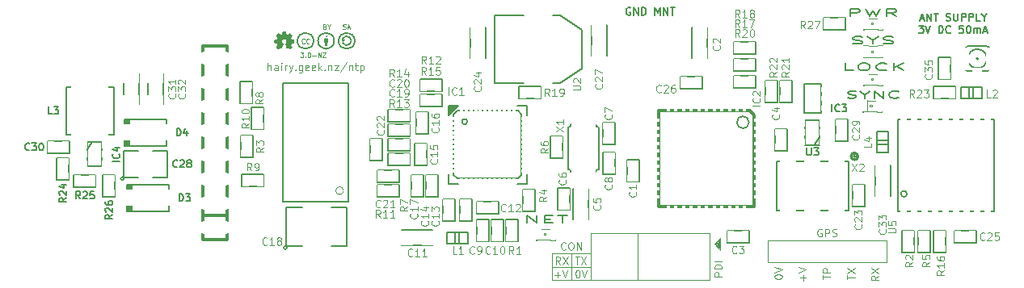
<source format=gto>
G04 #@! TF.FileFunction,Legend,Top*
%FSLAX46Y46*%
G04 Gerber Fmt 4.6, Leading zero omitted, Abs format (unit mm)*
G04 Created by KiCad (PCBNEW 0.201503271001+5542~22~ubuntu14.04.1-product) date Sun 29 Mar 2015 17:31:28 NZDT*
%MOMM*%
G01*
G04 APERTURE LIST*
%ADD10C,0.150000*%
%ADD11C,0.196850*%
%ADD12C,0.118400*%
%ADD13C,0.114300*%
%ADD14C,0.117400*%
%ADD15C,0.100000*%
%ADD16C,0.200000*%
%ADD17C,0.200014*%
%ADD18C,0.200140*%
%ADD19C,0.127000*%
%ADD20C,0.149860*%
%ADD21C,0.066040*%
%ADD22C,0.101600*%
%ADD23C,0.050800*%
%ADD24C,0.203200*%
%ADD25C,0.000120*%
%ADD26C,0.304800*%
%ADD27C,0.002540*%
%ADD28C,0.190500*%
%ADD29C,0.120000*%
%ADD30C,1.000000*%
%ADD31C,6.600000*%
%ADD32R,0.800000X1.800000*%
%ADD33R,0.700000X1.800000*%
%ADD34R,2.032000X2.032000*%
%ADD35O,2.032000X2.032000*%
%ADD36R,1.727200X1.727200*%
%ADD37O,1.727200X1.727200*%
%ADD38O,4.000000X1.000760*%
%ADD39R,0.635000X1.143000*%
%ADD40R,1.143000X0.635000*%
%ADD41R,1.300480X0.299720*%
%ADD42R,0.299720X1.300480*%
%ADD43R,2.537160X1.837160*%
%ADD44R,1.198880X1.198880*%
%ADD45R,0.635000X1.016000*%
%ADD46R,1.198880X0.599440*%
%ADD47R,1.501140X1.950720*%
%ADD48R,1.950720X1.501140*%
%ADD49R,1.397000X3.810000*%
%ADD50O,3.302000X1.524000*%
%ADD51R,0.762000X0.508000*%
%ADD52R,1.524000X0.406400*%
%ADD53R,0.406400X1.524000*%
%ADD54R,1.800000X2.000000*%
%ADD55R,1.190000X2.340000*%
%ADD56R,1.140000X1.190000*%
%ADD57R,1.270000X2.540000*%
%ADD58R,1.000760X0.701040*%
%ADD59R,2.032000X3.657600*%
%ADD60R,2.032000X1.016000*%
%ADD61R,1.016000X0.635000*%
%ADD62R,2.100580X1.699260*%
%ADD63R,4.000000X1.500000*%
%ADD64C,3.000000*%
%ADD65R,1.803400X1.600200*%
G04 APERTURE END LIST*
D10*
D11*
X117317762Y-48374300D02*
X117242771Y-48336805D01*
X117130286Y-48336805D01*
X117017800Y-48374300D01*
X116942809Y-48449290D01*
X116905314Y-48524281D01*
X116867819Y-48674262D01*
X116867819Y-48786748D01*
X116905314Y-48936729D01*
X116942809Y-49011719D01*
X117017800Y-49086710D01*
X117130286Y-49124205D01*
X117205276Y-49124205D01*
X117317762Y-49086710D01*
X117355257Y-49049214D01*
X117355257Y-48786748D01*
X117205276Y-48786748D01*
X117692714Y-49124205D02*
X117692714Y-48336805D01*
X118142657Y-49124205D01*
X118142657Y-48336805D01*
X118517609Y-49124205D02*
X118517609Y-48336805D01*
X118705085Y-48336805D01*
X118817571Y-48374300D01*
X118892562Y-48449290D01*
X118930057Y-48524281D01*
X118967552Y-48674262D01*
X118967552Y-48786748D01*
X118930057Y-48936729D01*
X118892562Y-49011719D01*
X118817571Y-49086710D01*
X118705085Y-49124205D01*
X118517609Y-49124205D01*
X119904933Y-49124205D02*
X119904933Y-48336805D01*
X120167400Y-48899233D01*
X120429867Y-48336805D01*
X120429867Y-49124205D01*
X120804819Y-49124205D02*
X120804819Y-48336805D01*
X121254762Y-49124205D01*
X121254762Y-48336805D01*
X121517228Y-48336805D02*
X121967171Y-48336805D01*
X121742200Y-49124205D02*
X121742200Y-48336805D01*
D12*
X132436205Y-76626962D02*
X132436205Y-76551971D01*
X132473700Y-76476981D01*
X132511195Y-76439486D01*
X132586186Y-76401990D01*
X132736167Y-76364495D01*
X132923643Y-76364495D01*
X133073624Y-76401990D01*
X133148614Y-76439486D01*
X133186110Y-76476981D01*
X133223605Y-76551971D01*
X133223605Y-76626962D01*
X133186110Y-76701952D01*
X133148614Y-76739448D01*
X133073624Y-76776943D01*
X132923643Y-76814438D01*
X132736167Y-76814438D01*
X132586186Y-76776943D01*
X132511195Y-76739448D01*
X132473700Y-76701952D01*
X132436205Y-76626962D01*
X132436205Y-76139524D02*
X133223605Y-75877057D01*
X132436205Y-75614590D01*
D13*
X131724400Y-75057000D02*
X134086600Y-75057000D01*
X131724400Y-72771000D02*
X131724400Y-75057000D01*
X133985000Y-72771000D02*
X131724400Y-72771000D01*
D14*
X79347785Y-54940805D02*
X79347785Y-54153405D01*
X79685242Y-54940805D02*
X79685242Y-54528357D01*
X79647747Y-54453367D01*
X79572757Y-54415871D01*
X79460271Y-54415871D01*
X79385280Y-54453367D01*
X79347785Y-54490862D01*
X80397652Y-54940805D02*
X80397652Y-54528357D01*
X80360157Y-54453367D01*
X80285167Y-54415871D01*
X80135186Y-54415871D01*
X80060195Y-54453367D01*
X80397652Y-54903310D02*
X80322662Y-54940805D01*
X80135186Y-54940805D01*
X80060195Y-54903310D01*
X80022700Y-54828319D01*
X80022700Y-54753329D01*
X80060195Y-54678338D01*
X80135186Y-54640843D01*
X80322662Y-54640843D01*
X80397652Y-54603348D01*
X80772605Y-54940805D02*
X80772605Y-54415871D01*
X80772605Y-54153405D02*
X80735110Y-54190900D01*
X80772605Y-54228395D01*
X80810100Y-54190900D01*
X80772605Y-54153405D01*
X80772605Y-54228395D01*
X81147557Y-54940805D02*
X81147557Y-54415871D01*
X81147557Y-54565852D02*
X81185052Y-54490862D01*
X81222548Y-54453367D01*
X81297538Y-54415871D01*
X81372529Y-54415871D01*
X81560005Y-54415871D02*
X81747481Y-54940805D01*
X81934957Y-54415871D02*
X81747481Y-54940805D01*
X81672490Y-55128281D01*
X81634995Y-55165776D01*
X81560005Y-55203271D01*
X82234919Y-54865814D02*
X82272414Y-54903310D01*
X82234919Y-54940805D01*
X82197424Y-54903310D01*
X82234919Y-54865814D01*
X82234919Y-54940805D01*
X82947328Y-54415871D02*
X82947328Y-55053290D01*
X82909833Y-55128281D01*
X82872338Y-55165776D01*
X82797347Y-55203271D01*
X82684862Y-55203271D01*
X82609871Y-55165776D01*
X82947328Y-54903310D02*
X82872338Y-54940805D01*
X82722357Y-54940805D01*
X82647366Y-54903310D01*
X82609871Y-54865814D01*
X82572376Y-54790824D01*
X82572376Y-54565852D01*
X82609871Y-54490862D01*
X82647366Y-54453367D01*
X82722357Y-54415871D01*
X82872338Y-54415871D01*
X82947328Y-54453367D01*
X83622243Y-54903310D02*
X83547253Y-54940805D01*
X83397272Y-54940805D01*
X83322281Y-54903310D01*
X83284786Y-54828319D01*
X83284786Y-54528357D01*
X83322281Y-54453367D01*
X83397272Y-54415871D01*
X83547253Y-54415871D01*
X83622243Y-54453367D01*
X83659738Y-54528357D01*
X83659738Y-54603348D01*
X83284786Y-54678338D01*
X84297157Y-54903310D02*
X84222167Y-54940805D01*
X84072186Y-54940805D01*
X83997195Y-54903310D01*
X83959700Y-54828319D01*
X83959700Y-54528357D01*
X83997195Y-54453367D01*
X84072186Y-54415871D01*
X84222167Y-54415871D01*
X84297157Y-54453367D01*
X84334652Y-54528357D01*
X84334652Y-54603348D01*
X83959700Y-54678338D01*
X84672109Y-54940805D02*
X84672109Y-54153405D01*
X84747100Y-54640843D02*
X84972071Y-54940805D01*
X84972071Y-54415871D02*
X84672109Y-54715833D01*
X85309528Y-54865814D02*
X85347023Y-54903310D01*
X85309528Y-54940805D01*
X85272033Y-54903310D01*
X85309528Y-54865814D01*
X85309528Y-54940805D01*
X85684480Y-54415871D02*
X85684480Y-54940805D01*
X85684480Y-54490862D02*
X85721975Y-54453367D01*
X85796966Y-54415871D01*
X85909452Y-54415871D01*
X85984442Y-54453367D01*
X86021937Y-54528357D01*
X86021937Y-54940805D01*
X86321900Y-54415871D02*
X86734347Y-54415871D01*
X86321900Y-54940805D01*
X86734347Y-54940805D01*
X87596738Y-54115910D02*
X86921823Y-55128281D01*
X87859204Y-54415871D02*
X87859204Y-54940805D01*
X87859204Y-54490862D02*
X87896699Y-54453367D01*
X87971690Y-54415871D01*
X88084176Y-54415871D01*
X88159166Y-54453367D01*
X88196661Y-54528357D01*
X88196661Y-54940805D01*
X88459128Y-54415871D02*
X88759090Y-54415871D01*
X88571614Y-54153405D02*
X88571614Y-54828319D01*
X88609109Y-54903310D01*
X88684100Y-54940805D01*
X88759090Y-54940805D01*
X89021557Y-54415871D02*
X89021557Y-55203271D01*
X89021557Y-54453367D02*
X89096548Y-54415871D01*
X89246529Y-54415871D01*
X89321519Y-54453367D01*
X89359014Y-54490862D01*
X89396510Y-54565852D01*
X89396510Y-54790824D01*
X89359014Y-54865814D01*
X89321519Y-54903310D01*
X89246529Y-54940805D01*
X89096548Y-54940805D01*
X89021557Y-54903310D01*
D15*
X87222058Y-50570581D02*
X87293487Y-50594390D01*
X87412534Y-50594390D01*
X87460153Y-50570581D01*
X87483963Y-50546771D01*
X87507772Y-50499152D01*
X87507772Y-50451533D01*
X87483963Y-50403914D01*
X87460153Y-50380105D01*
X87412534Y-50356295D01*
X87317296Y-50332486D01*
X87269677Y-50308676D01*
X87245868Y-50284867D01*
X87222058Y-50237248D01*
X87222058Y-50189629D01*
X87245868Y-50142010D01*
X87269677Y-50118200D01*
X87317296Y-50094390D01*
X87436344Y-50094390D01*
X87507772Y-50118200D01*
X87698248Y-50451533D02*
X87936343Y-50451533D01*
X87650629Y-50594390D02*
X87817296Y-50094390D01*
X87983962Y-50594390D01*
X85292429Y-50332486D02*
X85363858Y-50356295D01*
X85387667Y-50380105D01*
X85411477Y-50427724D01*
X85411477Y-50499152D01*
X85387667Y-50546771D01*
X85363858Y-50570581D01*
X85316239Y-50594390D01*
X85125763Y-50594390D01*
X85125763Y-50094390D01*
X85292429Y-50094390D01*
X85340048Y-50118200D01*
X85363858Y-50142010D01*
X85387667Y-50189629D01*
X85387667Y-50237248D01*
X85363858Y-50284867D01*
X85340048Y-50308676D01*
X85292429Y-50332486D01*
X85125763Y-50332486D01*
X85721001Y-50356295D02*
X85721001Y-50594390D01*
X85554334Y-50094390D02*
X85721001Y-50356295D01*
X85887667Y-50094390D01*
X82766068Y-53066190D02*
X83075591Y-53066190D01*
X82908925Y-53256667D01*
X82980353Y-53256667D01*
X83027972Y-53280476D01*
X83051782Y-53304286D01*
X83075591Y-53351905D01*
X83075591Y-53470952D01*
X83051782Y-53518571D01*
X83027972Y-53542381D01*
X82980353Y-53566190D01*
X82837496Y-53566190D01*
X82789877Y-53542381D01*
X82766068Y-53518571D01*
X83289877Y-53518571D02*
X83313686Y-53542381D01*
X83289877Y-53566190D01*
X83266067Y-53542381D01*
X83289877Y-53518571D01*
X83289877Y-53566190D01*
X83623210Y-53066190D02*
X83670829Y-53066190D01*
X83718448Y-53090000D01*
X83742257Y-53113810D01*
X83766067Y-53161429D01*
X83789876Y-53256667D01*
X83789876Y-53375714D01*
X83766067Y-53470952D01*
X83742257Y-53518571D01*
X83718448Y-53542381D01*
X83670829Y-53566190D01*
X83623210Y-53566190D01*
X83575591Y-53542381D01*
X83551781Y-53518571D01*
X83527972Y-53470952D01*
X83504162Y-53375714D01*
X83504162Y-53256667D01*
X83527972Y-53161429D01*
X83551781Y-53113810D01*
X83575591Y-53090000D01*
X83623210Y-53066190D01*
X84004162Y-53375714D02*
X84385114Y-53375714D01*
X84623210Y-53566190D02*
X84623210Y-53066190D01*
X84908924Y-53566190D01*
X84908924Y-53066190D01*
X85099401Y-53066190D02*
X85432734Y-53066190D01*
X85099401Y-53566190D01*
X85432734Y-53566190D01*
D13*
X144145000Y-75057000D02*
X133985000Y-75057000D01*
X144145000Y-72771000D02*
X144145000Y-75057000D01*
X133985000Y-72771000D02*
X144145000Y-72771000D01*
D12*
X137359572Y-71615300D02*
X137284581Y-71577805D01*
X137172096Y-71577805D01*
X137059610Y-71615300D01*
X136984619Y-71690290D01*
X136947124Y-71765281D01*
X136909629Y-71915262D01*
X136909629Y-72027748D01*
X136947124Y-72177729D01*
X136984619Y-72252719D01*
X137059610Y-72327710D01*
X137172096Y-72365205D01*
X137247086Y-72365205D01*
X137359572Y-72327710D01*
X137397067Y-72290214D01*
X137397067Y-72027748D01*
X137247086Y-72027748D01*
X137734524Y-72365205D02*
X137734524Y-71577805D01*
X138034486Y-71577805D01*
X138109477Y-71615300D01*
X138146972Y-71652795D01*
X138184467Y-71727786D01*
X138184467Y-71840271D01*
X138146972Y-71915262D01*
X138109477Y-71952757D01*
X138034486Y-71990252D01*
X137734524Y-71990252D01*
X138484429Y-72327710D02*
X138596915Y-72365205D01*
X138784391Y-72365205D01*
X138859381Y-72327710D01*
X138896877Y-72290214D01*
X138934372Y-72215224D01*
X138934372Y-72140233D01*
X138896877Y-72065243D01*
X138859381Y-72027748D01*
X138784391Y-71990252D01*
X138634410Y-71952757D01*
X138559419Y-71915262D01*
X138521924Y-71877767D01*
X138484429Y-71802776D01*
X138484429Y-71727786D01*
X138521924Y-71652795D01*
X138559419Y-71615300D01*
X138634410Y-71577805D01*
X138821886Y-71577805D01*
X138934372Y-71615300D01*
X110543824Y-73687214D02*
X110506329Y-73724710D01*
X110393843Y-73762205D01*
X110318853Y-73762205D01*
X110206367Y-73724710D01*
X110131376Y-73649719D01*
X110093881Y-73574729D01*
X110056386Y-73424748D01*
X110056386Y-73312262D01*
X110093881Y-73162281D01*
X110131376Y-73087290D01*
X110206367Y-73012300D01*
X110318853Y-72974805D01*
X110393843Y-72974805D01*
X110506329Y-73012300D01*
X110543824Y-73049795D01*
X111031262Y-72974805D02*
X111181243Y-72974805D01*
X111256234Y-73012300D01*
X111331224Y-73087290D01*
X111368719Y-73237271D01*
X111368719Y-73499738D01*
X111331224Y-73649719D01*
X111256234Y-73724710D01*
X111181243Y-73762205D01*
X111031262Y-73762205D01*
X110956272Y-73724710D01*
X110881281Y-73649719D01*
X110843786Y-73499738D01*
X110843786Y-73237271D01*
X110881281Y-73087290D01*
X110956272Y-73012300D01*
X111031262Y-72974805D01*
X111706176Y-73762205D02*
X111706176Y-72974805D01*
X112156119Y-73762205D01*
X112156119Y-72974805D01*
D13*
X113157000Y-74168000D02*
X113030000Y-74168000D01*
X113157000Y-75565000D02*
X113157000Y-74168000D01*
X113030000Y-75565000D02*
X113157000Y-75565000D01*
X113157000Y-75565000D02*
X113030000Y-75565000D01*
X113157000Y-76962000D02*
X113157000Y-75565000D01*
X113030000Y-76962000D02*
X113157000Y-76962000D01*
X113030000Y-74168000D02*
X112903000Y-74168000D01*
X112903000Y-75565000D02*
X113030000Y-75565000D01*
X113030000Y-75565000D02*
X112903000Y-75565000D01*
X112903000Y-76962000D02*
X113030000Y-76962000D01*
X111125000Y-76962000D02*
X112903000Y-76962000D01*
X111125000Y-75565000D02*
X109093000Y-75565000D01*
X109093000Y-74168000D02*
X111125000Y-74168000D01*
X109093000Y-76962000D02*
X109093000Y-74168000D01*
X109220000Y-76962000D02*
X109093000Y-76962000D01*
X111125000Y-76962000D02*
X109220000Y-76962000D01*
X111125000Y-76835000D02*
X111125000Y-76962000D01*
X111125000Y-75565000D02*
X111125000Y-76835000D01*
D12*
X111766048Y-75895805D02*
X111841039Y-75895805D01*
X111916029Y-75933300D01*
X111953524Y-75970795D01*
X111991020Y-76045786D01*
X112028515Y-76195767D01*
X112028515Y-76383243D01*
X111991020Y-76533224D01*
X111953524Y-76608214D01*
X111916029Y-76645710D01*
X111841039Y-76683205D01*
X111766048Y-76683205D01*
X111691058Y-76645710D01*
X111653562Y-76608214D01*
X111616067Y-76533224D01*
X111578572Y-76383243D01*
X111578572Y-76195767D01*
X111616067Y-76045786D01*
X111653562Y-75970795D01*
X111691058Y-75933300D01*
X111766048Y-75895805D01*
X112253486Y-75895805D02*
X112515953Y-76683205D01*
X112778420Y-75895805D01*
X109369981Y-76408643D02*
X109969905Y-76408643D01*
X109669943Y-76708605D02*
X109669943Y-76108681D01*
X110232371Y-75921205D02*
X110494838Y-76708605D01*
X110757305Y-75921205D01*
X109977767Y-75286205D02*
X109715300Y-74911252D01*
X109527824Y-75286205D02*
X109527824Y-74498805D01*
X109827786Y-74498805D01*
X109902777Y-74536300D01*
X109940272Y-74573795D01*
X109977767Y-74648786D01*
X109977767Y-74761271D01*
X109940272Y-74836262D01*
X109902777Y-74873757D01*
X109827786Y-74911252D01*
X109527824Y-74911252D01*
X110240234Y-74498805D02*
X110765167Y-75286205D01*
X110765167Y-74498805D02*
X110240234Y-75286205D01*
D13*
X111125000Y-75565000D02*
X111125000Y-74168000D01*
X112903000Y-75565000D02*
X111125000Y-75565000D01*
X111125000Y-74168000D02*
X112903000Y-74168000D01*
D12*
X111541076Y-74498805D02*
X111991019Y-74498805D01*
X111766048Y-75286205D02*
X111766048Y-74498805D01*
X112178496Y-74498805D02*
X112703429Y-75286205D01*
X112703429Y-74498805D02*
X112178496Y-75286205D01*
D13*
X113157000Y-76962000D02*
X118110000Y-76962000D01*
X113157000Y-72009000D02*
X113157000Y-76962000D01*
X118110000Y-72009000D02*
X113157000Y-72009000D01*
D12*
X126924405Y-76565276D02*
X126137005Y-76565276D01*
X126137005Y-76265314D01*
X126174500Y-76190323D01*
X126211995Y-76152828D01*
X126286986Y-76115333D01*
X126399471Y-76115333D01*
X126474462Y-76152828D01*
X126511957Y-76190323D01*
X126549452Y-76265314D01*
X126549452Y-76565276D01*
X126924405Y-75777876D02*
X126137005Y-75777876D01*
X126137005Y-75590400D01*
X126174500Y-75477914D01*
X126249490Y-75402923D01*
X126324481Y-75365428D01*
X126474462Y-75327933D01*
X126586948Y-75327933D01*
X126736929Y-75365428D01*
X126811919Y-75402923D01*
X126886910Y-75477914D01*
X126924405Y-75590400D01*
X126924405Y-75777876D01*
X126924405Y-74990476D02*
X126137005Y-74990476D01*
D13*
X125603000Y-76962000D02*
X118110000Y-76962000D01*
X125603000Y-72009000D02*
X125603000Y-76835000D01*
X118110000Y-72009000D02*
X125603000Y-72009000D01*
X118110000Y-76962000D02*
X118110000Y-72009000D01*
D12*
X135412843Y-77001914D02*
X135412843Y-76401990D01*
X135712805Y-76701952D02*
X135112881Y-76701952D01*
X134925405Y-76139524D02*
X135712805Y-75877057D01*
X134925405Y-75614590D01*
X137490805Y-76851934D02*
X137490805Y-76401991D01*
X138278205Y-76626962D02*
X137490805Y-76626962D01*
X138278205Y-76139524D02*
X137490805Y-76139524D01*
X137490805Y-75839562D01*
X137528300Y-75764571D01*
X137565795Y-75727076D01*
X137640786Y-75689581D01*
X137753271Y-75689581D01*
X137828262Y-75727076D01*
X137865757Y-75764571D01*
X137903252Y-75839562D01*
X137903252Y-76139524D01*
X140056205Y-76865239D02*
X140056205Y-76415296D01*
X140843605Y-76640267D02*
X140056205Y-76640267D01*
X140056205Y-76227819D02*
X140843605Y-75702886D01*
X140056205Y-75702886D02*
X140843605Y-76227819D01*
X143332805Y-76490286D02*
X142957852Y-76752753D01*
X143332805Y-76940229D02*
X142545405Y-76940229D01*
X142545405Y-76640267D01*
X142582900Y-76565276D01*
X142620395Y-76527781D01*
X142695386Y-76490286D01*
X142807871Y-76490286D01*
X142882862Y-76527781D01*
X142920357Y-76565276D01*
X142957852Y-76640267D01*
X142957852Y-76940229D01*
X142545405Y-76227819D02*
X143332805Y-75702886D01*
X142545405Y-75702886D02*
X143332805Y-76227819D01*
D13*
X126619000Y-73152000D02*
X126746000Y-73025000D01*
X126746000Y-73279000D02*
X126619000Y-73152000D01*
X126746000Y-72898000D02*
X126746000Y-73279000D01*
X126492000Y-73152000D02*
X126746000Y-72898000D01*
X126746000Y-73406000D02*
X126492000Y-73152000D01*
X126746000Y-72771000D02*
X126746000Y-73406000D01*
X126365000Y-73152000D02*
X126746000Y-72771000D01*
X126746000Y-73533000D02*
X126365000Y-73152000D01*
X126746000Y-73660000D02*
X126746000Y-73533000D01*
X126238000Y-73152000D02*
X126746000Y-73660000D01*
X126746000Y-72644000D02*
X126238000Y-73152000D01*
X126619000Y-72644000D02*
X126746000Y-72644000D01*
X126492000Y-72771000D02*
X126619000Y-72644000D01*
X126746000Y-72771000D02*
X126492000Y-72771000D01*
X126746000Y-72898000D02*
X126746000Y-72771000D01*
X126365000Y-72898000D02*
X126746000Y-72898000D01*
X126238000Y-73025000D02*
X126365000Y-72898000D01*
X126746000Y-73025000D02*
X126238000Y-73025000D01*
X126746000Y-73152000D02*
X126746000Y-73025000D01*
X126111000Y-73152000D02*
X126746000Y-73152000D01*
X126746000Y-73787000D02*
X126111000Y-73152000D01*
X126746000Y-72517000D02*
X126746000Y-73787000D01*
X126111000Y-73152000D02*
X126746000Y-72517000D01*
D11*
X147699186Y-49519628D02*
X148074138Y-49519628D01*
X147624195Y-49744600D02*
X147886662Y-48957200D01*
X148149129Y-49744600D01*
X148411595Y-49744600D02*
X148411595Y-48957200D01*
X148861538Y-49744600D01*
X148861538Y-48957200D01*
X149124004Y-48957200D02*
X149573947Y-48957200D01*
X149348976Y-49744600D02*
X149348976Y-48957200D01*
X150398843Y-49707105D02*
X150511329Y-49744600D01*
X150698805Y-49744600D01*
X150773795Y-49707105D01*
X150811291Y-49669609D01*
X150848786Y-49594619D01*
X150848786Y-49519628D01*
X150811291Y-49444638D01*
X150773795Y-49407143D01*
X150698805Y-49369647D01*
X150548824Y-49332152D01*
X150473833Y-49294657D01*
X150436338Y-49257162D01*
X150398843Y-49182171D01*
X150398843Y-49107181D01*
X150436338Y-49032190D01*
X150473833Y-48994695D01*
X150548824Y-48957200D01*
X150736300Y-48957200D01*
X150848786Y-48994695D01*
X151186243Y-48957200D02*
X151186243Y-49594619D01*
X151223738Y-49669609D01*
X151261234Y-49707105D01*
X151336224Y-49744600D01*
X151486205Y-49744600D01*
X151561196Y-49707105D01*
X151598691Y-49669609D01*
X151636186Y-49594619D01*
X151636186Y-48957200D01*
X152011138Y-49744600D02*
X152011138Y-48957200D01*
X152311100Y-48957200D01*
X152386091Y-48994695D01*
X152423586Y-49032190D01*
X152461081Y-49107181D01*
X152461081Y-49219666D01*
X152423586Y-49294657D01*
X152386091Y-49332152D01*
X152311100Y-49369647D01*
X152011138Y-49369647D01*
X152798538Y-49744600D02*
X152798538Y-48957200D01*
X153098500Y-48957200D01*
X153173491Y-48994695D01*
X153210986Y-49032190D01*
X153248481Y-49107181D01*
X153248481Y-49219666D01*
X153210986Y-49294657D01*
X153173491Y-49332152D01*
X153098500Y-49369647D01*
X152798538Y-49369647D01*
X153960891Y-49744600D02*
X153585938Y-49744600D01*
X153585938Y-48957200D01*
X154373338Y-49369647D02*
X154373338Y-49744600D01*
X154110871Y-48957200D02*
X154373338Y-49369647D01*
X154635805Y-48957200D01*
X147530457Y-50256410D02*
X148017895Y-50256410D01*
X147755428Y-50556372D01*
X147867914Y-50556372D01*
X147942904Y-50593867D01*
X147980400Y-50631362D01*
X148017895Y-50706353D01*
X148017895Y-50893829D01*
X147980400Y-50968819D01*
X147942904Y-51006315D01*
X147867914Y-51043810D01*
X147642942Y-51043810D01*
X147567952Y-51006315D01*
X147530457Y-50968819D01*
X148242866Y-50256410D02*
X148505333Y-51043810D01*
X148767800Y-50256410D01*
X149630190Y-51043810D02*
X149630190Y-50256410D01*
X149817666Y-50256410D01*
X149930152Y-50293905D01*
X150005143Y-50368895D01*
X150042638Y-50443886D01*
X150080133Y-50593867D01*
X150080133Y-50706353D01*
X150042638Y-50856334D01*
X150005143Y-50931324D01*
X149930152Y-51006315D01*
X149817666Y-51043810D01*
X149630190Y-51043810D01*
X150867533Y-50968819D02*
X150830038Y-51006315D01*
X150717552Y-51043810D01*
X150642562Y-51043810D01*
X150530076Y-51006315D01*
X150455085Y-50931324D01*
X150417590Y-50856334D01*
X150380095Y-50706353D01*
X150380095Y-50593867D01*
X150417590Y-50443886D01*
X150455085Y-50368895D01*
X150530076Y-50293905D01*
X150642562Y-50256410D01*
X150717552Y-50256410D01*
X150830038Y-50293905D01*
X150867533Y-50331400D01*
X152179867Y-50256410D02*
X151804914Y-50256410D01*
X151767419Y-50631362D01*
X151804914Y-50593867D01*
X151879905Y-50556372D01*
X152067381Y-50556372D01*
X152142371Y-50593867D01*
X152179867Y-50631362D01*
X152217362Y-50706353D01*
X152217362Y-50893829D01*
X152179867Y-50968819D01*
X152142371Y-51006315D01*
X152067381Y-51043810D01*
X151879905Y-51043810D01*
X151804914Y-51006315D01*
X151767419Y-50968819D01*
X152704800Y-50256410D02*
X152779791Y-50256410D01*
X152854781Y-50293905D01*
X152892276Y-50331400D01*
X152929772Y-50406391D01*
X152967267Y-50556372D01*
X152967267Y-50743848D01*
X152929772Y-50893829D01*
X152892276Y-50968819D01*
X152854781Y-51006315D01*
X152779791Y-51043810D01*
X152704800Y-51043810D01*
X152629810Y-51006315D01*
X152592314Y-50968819D01*
X152554819Y-50893829D01*
X152517324Y-50743848D01*
X152517324Y-50556372D01*
X152554819Y-50406391D01*
X152592314Y-50331400D01*
X152629810Y-50293905D01*
X152704800Y-50256410D01*
X153304724Y-51043810D02*
X153304724Y-50518876D01*
X153304724Y-50593867D02*
X153342219Y-50556372D01*
X153417210Y-50518876D01*
X153529696Y-50518876D01*
X153604686Y-50556372D01*
X153642181Y-50631362D01*
X153642181Y-51043810D01*
X153642181Y-50631362D02*
X153679677Y-50556372D01*
X153754667Y-50518876D01*
X153867153Y-50518876D01*
X153942143Y-50556372D01*
X153979638Y-50631362D01*
X153979638Y-51043810D01*
X154317096Y-50818838D02*
X154692048Y-50818838D01*
X154242105Y-51043810D02*
X154504572Y-50256410D01*
X154767039Y-51043810D01*
D10*
X87198200Y-51727100D02*
X87210900Y-51587400D01*
X87185500Y-51739800D02*
X87185500Y-51765200D01*
D15*
X87058500Y-51701700D02*
X87325200Y-51701700D01*
X87185500Y-51841400D02*
X87058500Y-51701700D01*
X87185500Y-51841400D02*
X87325200Y-51701700D01*
D10*
X87210900Y-52070000D02*
G75*
G03X87833200Y-52235100I393700J228600D01*
G01*
X87858600Y-51435000D02*
G75*
G03X87210900Y-51574700I-254000J-393700D01*
G01*
X87591900Y-52298600D02*
G75*
G03X88074500Y-51841400I12700J469900D01*
G01*
X88074500Y-51828700D02*
G75*
G03X87604600Y-51358800I-469900J0D01*
G01*
D16*
X88454600Y-51841400D02*
G75*
G03X88454600Y-51841400I-850000J0D01*
G01*
D17*
X146284228Y-67897000D02*
G75*
G03X146284228Y-67897000I-316228J0D01*
G01*
X155418000Y-60047000D02*
X155418000Y-69747000D01*
D18*
X155418000Y-69747000D02*
X145318000Y-69747000D01*
X145318000Y-69747000D02*
X145318000Y-60047000D01*
X145318000Y-60047000D02*
X155418000Y-60047000D01*
D19*
X107950000Y-57912000D02*
X105664000Y-57912000D01*
X105664000Y-57912000D02*
X105664000Y-56642000D01*
X105664000Y-56642000D02*
X107950000Y-56642000D01*
X107950000Y-56642000D02*
X107950000Y-57912000D01*
X116965000Y-66643000D02*
X116965000Y-64357000D01*
X116965000Y-64357000D02*
X118235000Y-64357000D01*
X118235000Y-64357000D02*
X118235000Y-66643000D01*
X118235000Y-66643000D02*
X116965000Y-66643000D01*
X122557000Y-55565000D02*
X124843000Y-55565000D01*
X124843000Y-55565000D02*
X124843000Y-56835000D01*
X124843000Y-56835000D02*
X122557000Y-56835000D01*
X122557000Y-56835000D02*
X122557000Y-55565000D01*
X129730500Y-73037700D02*
X127444500Y-73037700D01*
X127444500Y-73037700D02*
X127444500Y-71767700D01*
X127444500Y-71767700D02*
X129730500Y-71767700D01*
X129730500Y-71767700D02*
X129730500Y-73037700D01*
D20*
X98463100Y-58638440D02*
X98262440Y-58839100D01*
X98262440Y-59037220D02*
X98661220Y-58638440D01*
X98861880Y-58638440D02*
X98262440Y-59237880D01*
X98262440Y-59438540D02*
X99062540Y-58638440D01*
X98262440Y-59639200D02*
X98262440Y-58638440D01*
X98262440Y-58638440D02*
X99263200Y-58638440D01*
X99263200Y-58638440D02*
X98262440Y-59639200D01*
X99263200Y-66837560D02*
X98262440Y-66837560D01*
X98262440Y-66837560D02*
X98262440Y-65836800D01*
X106461560Y-65836800D02*
X106461560Y-66837560D01*
X106461560Y-66837560D02*
X105460800Y-66837560D01*
X105460800Y-58638440D02*
X106461560Y-58638440D01*
X106461560Y-58638440D02*
X106461560Y-59639200D01*
D19*
X100232981Y-60325000D02*
G75*
G03X100232981Y-60325000I-283981J0D01*
G01*
X99187000Y-66294000D02*
X98806000Y-65913000D01*
X98806000Y-65913000D02*
X98806000Y-59563000D01*
X98806000Y-59563000D02*
X99187000Y-59182000D01*
X99187000Y-59182000D02*
X105537000Y-59182000D01*
X105537000Y-59182000D02*
X105918000Y-59563000D01*
X105918000Y-59563000D02*
X105918000Y-65913000D01*
X105918000Y-65913000D02*
X105537000Y-66294000D01*
X105537000Y-66294000D02*
X99187000Y-66294000D01*
D10*
X110795000Y-60919000D02*
G75*
G03X111095000Y-60619000I0J300000D01*
G01*
X111095000Y-65619000D02*
G75*
G03X110795000Y-65319000I-300000J0D01*
G01*
X110795000Y-65319000D02*
X110795000Y-60919000D01*
X111895000Y-65619000D02*
X111095000Y-65619000D01*
X111895000Y-60619000D02*
X111095000Y-60619000D01*
X112795000Y-60819000D02*
X111995000Y-60819000D01*
X112795000Y-60819000D02*
X112895000Y-60619000D01*
X111995000Y-60819000D02*
X111895000Y-60619000D01*
X113695000Y-60619000D02*
X112895000Y-60619000D01*
X113695000Y-60619000D02*
G75*
G03X113995000Y-60919000I300000J0D01*
G01*
X113995000Y-65319000D02*
X113995000Y-60919000D01*
X113695000Y-65619000D02*
X112895000Y-65619000D01*
X113995000Y-65319000D02*
G75*
G03X113695000Y-65619000I0J-300000D01*
G01*
X112895000Y-65619000D02*
X112795000Y-65419000D01*
X111895000Y-65619000D02*
X111995000Y-65419000D01*
X112795000Y-65419000D02*
X111995000Y-65419000D01*
D19*
X109728000Y-69596000D02*
X109728000Y-67310000D01*
X109728000Y-67310000D02*
X110998000Y-67310000D01*
X110998000Y-67310000D02*
X110998000Y-69596000D01*
X110998000Y-69596000D02*
X109728000Y-69596000D01*
X115697000Y-60401200D02*
X115697000Y-62687200D01*
X115697000Y-62687200D02*
X114427000Y-62687200D01*
X114427000Y-62687200D02*
X114427000Y-60401200D01*
X114427000Y-60401200D02*
X115697000Y-60401200D01*
X114452400Y-65836800D02*
X114452400Y-63550800D01*
X114452400Y-63550800D02*
X115722400Y-63550800D01*
X115722400Y-63550800D02*
X115722400Y-65836800D01*
X115722400Y-65836800D02*
X114452400Y-65836800D01*
D21*
X107960160Y-71836280D02*
X107960160Y-71511160D01*
X107960160Y-71511160D02*
X107459780Y-71511160D01*
X107459780Y-71836280D02*
X107459780Y-71511160D01*
X107960160Y-71836280D02*
X107459780Y-71836280D01*
X107960160Y-72458580D02*
X107960160Y-72308720D01*
X107960160Y-72308720D02*
X107708700Y-72308720D01*
X107708700Y-72458580D02*
X107708700Y-72308720D01*
X107960160Y-72458580D02*
X107708700Y-72458580D01*
X107960160Y-71963280D02*
X107960160Y-71813420D01*
X107960160Y-71813420D02*
X107708700Y-71813420D01*
X107708700Y-71963280D02*
X107708700Y-71813420D01*
X107960160Y-71963280D02*
X107708700Y-71963280D01*
X107960160Y-72334120D02*
X107960160Y-71937880D01*
X107960160Y-71937880D02*
X107784900Y-71937880D01*
X107784900Y-72334120D02*
X107784900Y-71937880D01*
X107960160Y-72334120D02*
X107784900Y-72334120D01*
X109456220Y-71836280D02*
X109456220Y-71511160D01*
X109456220Y-71511160D02*
X108955840Y-71511160D01*
X108955840Y-71836280D02*
X108955840Y-71511160D01*
X109456220Y-71836280D02*
X108955840Y-71836280D01*
X109456220Y-72760840D02*
X109456220Y-72435720D01*
X109456220Y-72435720D02*
X108955840Y-72435720D01*
X108955840Y-72760840D02*
X108955840Y-72435720D01*
X109456220Y-72760840D02*
X108955840Y-72760840D01*
X109207300Y-71963280D02*
X109207300Y-71813420D01*
X109207300Y-71813420D02*
X108955840Y-71813420D01*
X108955840Y-71963280D02*
X108955840Y-71813420D01*
X109207300Y-71963280D02*
X108955840Y-71963280D01*
X109207300Y-72458580D02*
X109207300Y-72308720D01*
X109207300Y-72308720D02*
X108955840Y-72308720D01*
X108955840Y-72458580D02*
X108955840Y-72308720D01*
X109207300Y-72458580D02*
X108955840Y-72458580D01*
X109131100Y-72334120D02*
X109131100Y-71937880D01*
X109131100Y-71937880D02*
X108955840Y-71937880D01*
X108955840Y-72334120D02*
X108955840Y-71937880D01*
X109131100Y-72334120D02*
X108955840Y-72334120D01*
X108458000Y-72235060D02*
X108458000Y-72036940D01*
X108458000Y-72036940D02*
X108259880Y-72036940D01*
X108259880Y-72235060D02*
X108259880Y-72036940D01*
X108458000Y-72235060D02*
X108259880Y-72235060D01*
X107960160Y-72735440D02*
X107960160Y-72435720D01*
X107960160Y-72435720D02*
X107660440Y-72435720D01*
X107660440Y-72735440D02*
X107660440Y-72435720D01*
X107960160Y-72735440D02*
X107660440Y-72735440D01*
X107533440Y-72760840D02*
X107533440Y-72534780D01*
X107533440Y-72534780D02*
X107459780Y-72534780D01*
X107459780Y-72760840D02*
X107459780Y-72534780D01*
X107533440Y-72760840D02*
X107459780Y-72760840D01*
D22*
X107934760Y-71561960D02*
X108981240Y-71561960D01*
X108955840Y-72710040D02*
X107533440Y-72710040D01*
D23*
X107681482Y-72585580D02*
G75*
G03X107681482Y-72585580I-71842J0D01*
G01*
D22*
X107459780Y-72483980D02*
G75*
G03X107459780Y-71788020I0J347980D01*
G01*
X109456220Y-71788020D02*
G75*
G03X109456220Y-72483980I0J-347980D01*
G01*
D19*
X105537000Y-70612000D02*
X105537000Y-72898000D01*
X105537000Y-72898000D02*
X104267000Y-72898000D01*
X104267000Y-72898000D02*
X104267000Y-70612000D01*
X104267000Y-70612000D02*
X105537000Y-70612000D01*
X107315000Y-67437000D02*
X107315000Y-69723000D01*
X107315000Y-69723000D02*
X106045000Y-69723000D01*
X106045000Y-69723000D02*
X106045000Y-67437000D01*
X106045000Y-67437000D02*
X107315000Y-67437000D01*
X110236000Y-61849000D02*
X110236000Y-64135000D01*
X110236000Y-64135000D02*
X108966000Y-64135000D01*
X108966000Y-64135000D02*
X108966000Y-61849000D01*
X108966000Y-61849000D02*
X110236000Y-61849000D01*
D20*
X99387660Y-73116440D02*
X99387660Y-71917560D01*
X98986340Y-71917560D02*
X98986340Y-73116440D01*
X98087180Y-71917560D02*
X100286820Y-71917560D01*
X100286820Y-71917560D02*
X100286820Y-73116440D01*
X100286820Y-73116440D02*
X98087180Y-73116440D01*
X98087180Y-73116440D02*
X98087180Y-71917560D01*
D24*
X80878680Y-56235600D02*
X87777320Y-56235600D01*
X87777320Y-68732400D02*
X80878680Y-68732400D01*
X80878680Y-68732400D02*
X80878680Y-56235600D01*
X87777320Y-56235600D02*
X87777320Y-68732400D01*
D25*
X87274400Y-67564000D02*
G75*
G03X87274400Y-67564000I-406400J0D01*
G01*
D19*
X112953800Y-67818000D02*
X111328200Y-67818000D01*
X111328200Y-70561200D02*
X112953800Y-70561200D01*
X112953800Y-70561200D02*
X112953800Y-67360800D01*
X112953800Y-67360800D02*
X111328200Y-67360800D01*
X111328200Y-67360800D02*
X111328200Y-70561200D01*
X101219000Y-72898000D02*
X101219000Y-70612000D01*
X101219000Y-70612000D02*
X102489000Y-70612000D01*
X102489000Y-70612000D02*
X102489000Y-72898000D01*
X102489000Y-72898000D02*
X101219000Y-72898000D01*
X102743000Y-72898000D02*
X102743000Y-70612000D01*
X102743000Y-70612000D02*
X104013000Y-70612000D01*
X104013000Y-70612000D02*
X104013000Y-72898000D01*
X104013000Y-72898000D02*
X102743000Y-72898000D01*
X96139000Y-73329800D02*
X96139000Y-71704200D01*
X93395800Y-71704200D02*
X93395800Y-73329800D01*
X93395800Y-73329800D02*
X96596200Y-73329800D01*
X96596200Y-73329800D02*
X96596200Y-71704200D01*
X96596200Y-71704200D02*
X93395800Y-71704200D01*
X101219000Y-68707000D02*
X103505000Y-68707000D01*
X103505000Y-68707000D02*
X103505000Y-69977000D01*
X103505000Y-69977000D02*
X101219000Y-69977000D01*
X101219000Y-69977000D02*
X101219000Y-68707000D01*
X99441000Y-70739000D02*
X99441000Y-68453000D01*
X99441000Y-68453000D02*
X100711000Y-68453000D01*
X100711000Y-68453000D02*
X100711000Y-70739000D01*
X100711000Y-70739000D02*
X99441000Y-70739000D01*
X97663000Y-70739000D02*
X97663000Y-68453000D01*
X97663000Y-68453000D02*
X98933000Y-68453000D01*
X98933000Y-68453000D02*
X98933000Y-70739000D01*
X98933000Y-70739000D02*
X97663000Y-70739000D01*
X94742000Y-64897000D02*
X94742000Y-62611000D01*
X94742000Y-62611000D02*
X96012000Y-62611000D01*
X96012000Y-62611000D02*
X96012000Y-64897000D01*
X96012000Y-64897000D02*
X94742000Y-64897000D01*
X96139000Y-59309000D02*
X96139000Y-61595000D01*
X96139000Y-61595000D02*
X94869000Y-61595000D01*
X94869000Y-61595000D02*
X94869000Y-59309000D01*
X94869000Y-59309000D02*
X96139000Y-59309000D01*
X95885000Y-68199000D02*
X95885000Y-65913000D01*
X95885000Y-65913000D02*
X97155000Y-65913000D01*
X97155000Y-65913000D02*
X97155000Y-68199000D01*
X97155000Y-68199000D02*
X95885000Y-68199000D01*
X95631000Y-65913000D02*
X95631000Y-68199000D01*
X95631000Y-68199000D02*
X94361000Y-68199000D01*
X94361000Y-68199000D02*
X94361000Y-65913000D01*
X94361000Y-65913000D02*
X95631000Y-65913000D01*
X81332605Y-73533000D02*
G75*
G03X81332605Y-73533000I-179605J0D01*
G01*
X85979000Y-73406000D02*
X87630000Y-73406000D01*
X87630000Y-73406000D02*
X87630000Y-69342000D01*
X87630000Y-69342000D02*
X85979000Y-69342000D01*
X82931000Y-69342000D02*
X81280000Y-69342000D01*
X81280000Y-69342000D02*
X81280000Y-73406000D01*
X81280000Y-73406000D02*
X82931000Y-73406000D01*
X94234000Y-63373000D02*
X91948000Y-63373000D01*
X91948000Y-63373000D02*
X91948000Y-62103000D01*
X91948000Y-62103000D02*
X94234000Y-62103000D01*
X94234000Y-62103000D02*
X94234000Y-63373000D01*
X94234000Y-61849000D02*
X91948000Y-61849000D01*
X91948000Y-61849000D02*
X91948000Y-60579000D01*
X91948000Y-60579000D02*
X94234000Y-60579000D01*
X94234000Y-60579000D02*
X94234000Y-61849000D01*
X93091000Y-66675000D02*
X90805000Y-66675000D01*
X90805000Y-66675000D02*
X90805000Y-65405000D01*
X90805000Y-65405000D02*
X93091000Y-65405000D01*
X93091000Y-65405000D02*
X93091000Y-66675000D01*
X90043000Y-64389000D02*
X90043000Y-62103000D01*
X90043000Y-62103000D02*
X91313000Y-62103000D01*
X91313000Y-62103000D02*
X91313000Y-64389000D01*
X91313000Y-64389000D02*
X90043000Y-64389000D01*
D26*
X72517000Y-70120000D02*
X75057000Y-70120000D01*
X72517000Y-72660000D02*
X72517000Y-52340000D01*
X72517000Y-52340000D02*
X75057000Y-52340000D01*
X75057000Y-52340000D02*
X75057000Y-72660000D01*
X75057000Y-72660000D02*
X72517000Y-72660000D01*
D19*
X77774800Y-61772800D02*
X77774800Y-64058800D01*
X77774800Y-64058800D02*
X76504800Y-64058800D01*
X76504800Y-64058800D02*
X76504800Y-61772800D01*
X76504800Y-61772800D02*
X77774800Y-61772800D01*
X76454000Y-58420000D02*
X76454000Y-56134000D01*
X76454000Y-56134000D02*
X77724000Y-56134000D01*
X77724000Y-56134000D02*
X77724000Y-58420000D01*
X77724000Y-58420000D02*
X76454000Y-58420000D01*
X78892400Y-67132200D02*
X76606400Y-67132200D01*
X76606400Y-67132200D02*
X76606400Y-65862200D01*
X76606400Y-65862200D02*
X78892400Y-65862200D01*
X78892400Y-65862200D02*
X78892400Y-67132200D01*
X78892400Y-58851800D02*
X78892400Y-61137800D01*
X78892400Y-61137800D02*
X77622400Y-61137800D01*
X77622400Y-61137800D02*
X77622400Y-58851800D01*
X77622400Y-58851800D02*
X78892400Y-58851800D01*
X93091000Y-68199000D02*
X90805000Y-68199000D01*
X90805000Y-68199000D02*
X90805000Y-66929000D01*
X90805000Y-66929000D02*
X93091000Y-66929000D01*
X93091000Y-66929000D02*
X93091000Y-68199000D01*
X95275400Y-55854600D02*
X97561400Y-55854600D01*
X97561400Y-55854600D02*
X97561400Y-57124600D01*
X97561400Y-57124600D02*
X95275400Y-57124600D01*
X95275400Y-57124600D02*
X95275400Y-55854600D01*
X91948000Y-63627000D02*
X94234000Y-63627000D01*
X94234000Y-63627000D02*
X94234000Y-64897000D01*
X94234000Y-64897000D02*
X91948000Y-64897000D01*
X91948000Y-64897000D02*
X91948000Y-63627000D01*
X94234000Y-60325000D02*
X91948000Y-60325000D01*
X91948000Y-60325000D02*
X91948000Y-59055000D01*
X91948000Y-59055000D02*
X94234000Y-59055000D01*
X94234000Y-59055000D02*
X94234000Y-60325000D01*
X95275400Y-57429400D02*
X97561400Y-57429400D01*
X97561400Y-57429400D02*
X97561400Y-58699400D01*
X97561400Y-58699400D02*
X95275400Y-58699400D01*
X95275400Y-58699400D02*
X95275400Y-57429400D01*
X135509000Y-56388000D02*
X137287000Y-56388000D01*
X137287000Y-56388000D02*
X137287000Y-59436000D01*
X137287000Y-59436000D02*
X135509000Y-59436000D01*
X135509000Y-59436000D02*
X135509000Y-56388000D01*
X123774200Y-53213000D02*
X125399800Y-53213000D01*
X125399800Y-50469800D02*
X123774200Y-50469800D01*
X123774200Y-50469800D02*
X123774200Y-53670200D01*
X123774200Y-53670200D02*
X125399800Y-53670200D01*
X125399800Y-53670200D02*
X125399800Y-50469800D01*
D21*
X142250160Y-52659280D02*
X142250160Y-52334160D01*
X142250160Y-52334160D02*
X141749780Y-52334160D01*
X141749780Y-52659280D02*
X141749780Y-52334160D01*
X142250160Y-52659280D02*
X141749780Y-52659280D01*
X142250160Y-53281580D02*
X142250160Y-53131720D01*
X142250160Y-53131720D02*
X141998700Y-53131720D01*
X141998700Y-53281580D02*
X141998700Y-53131720D01*
X142250160Y-53281580D02*
X141998700Y-53281580D01*
X142250160Y-52786280D02*
X142250160Y-52636420D01*
X142250160Y-52636420D02*
X141998700Y-52636420D01*
X141998700Y-52786280D02*
X141998700Y-52636420D01*
X142250160Y-52786280D02*
X141998700Y-52786280D01*
X142250160Y-53157120D02*
X142250160Y-52760880D01*
X142250160Y-52760880D02*
X142074900Y-52760880D01*
X142074900Y-53157120D02*
X142074900Y-52760880D01*
X142250160Y-53157120D02*
X142074900Y-53157120D01*
X143746220Y-52659280D02*
X143746220Y-52334160D01*
X143746220Y-52334160D02*
X143245840Y-52334160D01*
X143245840Y-52659280D02*
X143245840Y-52334160D01*
X143746220Y-52659280D02*
X143245840Y-52659280D01*
X143746220Y-53583840D02*
X143746220Y-53258720D01*
X143746220Y-53258720D02*
X143245840Y-53258720D01*
X143245840Y-53583840D02*
X143245840Y-53258720D01*
X143746220Y-53583840D02*
X143245840Y-53583840D01*
X143497300Y-52786280D02*
X143497300Y-52636420D01*
X143497300Y-52636420D02*
X143245840Y-52636420D01*
X143245840Y-52786280D02*
X143245840Y-52636420D01*
X143497300Y-52786280D02*
X143245840Y-52786280D01*
X143497300Y-53281580D02*
X143497300Y-53131720D01*
X143497300Y-53131720D02*
X143245840Y-53131720D01*
X143245840Y-53281580D02*
X143245840Y-53131720D01*
X143497300Y-53281580D02*
X143245840Y-53281580D01*
X143421100Y-53157120D02*
X143421100Y-52760880D01*
X143421100Y-52760880D02*
X143245840Y-52760880D01*
X143245840Y-53157120D02*
X143245840Y-52760880D01*
X143421100Y-53157120D02*
X143245840Y-53157120D01*
X142748000Y-53058060D02*
X142748000Y-52859940D01*
X142748000Y-52859940D02*
X142549880Y-52859940D01*
X142549880Y-53058060D02*
X142549880Y-52859940D01*
X142748000Y-53058060D02*
X142549880Y-53058060D01*
X142250160Y-53558440D02*
X142250160Y-53258720D01*
X142250160Y-53258720D02*
X141950440Y-53258720D01*
X141950440Y-53558440D02*
X141950440Y-53258720D01*
X142250160Y-53558440D02*
X141950440Y-53558440D01*
X141823440Y-53583840D02*
X141823440Y-53357780D01*
X141823440Y-53357780D02*
X141749780Y-53357780D01*
X141749780Y-53583840D02*
X141749780Y-53357780D01*
X141823440Y-53583840D02*
X141749780Y-53583840D01*
D22*
X142224760Y-52384960D02*
X143271240Y-52384960D01*
X143245840Y-53533040D02*
X141823440Y-53533040D01*
D23*
X141971482Y-53408580D02*
G75*
G03X141971482Y-53408580I-71842J0D01*
G01*
D22*
X141749780Y-53306980D02*
G75*
G03X141749780Y-52611020I0J347980D01*
G01*
X143746220Y-52611020D02*
G75*
G03X143746220Y-53306980I0J-347980D01*
G01*
D21*
X142250160Y-55580280D02*
X142250160Y-55255160D01*
X142250160Y-55255160D02*
X141749780Y-55255160D01*
X141749780Y-55580280D02*
X141749780Y-55255160D01*
X142250160Y-55580280D02*
X141749780Y-55580280D01*
X142250160Y-56202580D02*
X142250160Y-56052720D01*
X142250160Y-56052720D02*
X141998700Y-56052720D01*
X141998700Y-56202580D02*
X141998700Y-56052720D01*
X142250160Y-56202580D02*
X141998700Y-56202580D01*
X142250160Y-55707280D02*
X142250160Y-55557420D01*
X142250160Y-55557420D02*
X141998700Y-55557420D01*
X141998700Y-55707280D02*
X141998700Y-55557420D01*
X142250160Y-55707280D02*
X141998700Y-55707280D01*
X142250160Y-56078120D02*
X142250160Y-55681880D01*
X142250160Y-55681880D02*
X142074900Y-55681880D01*
X142074900Y-56078120D02*
X142074900Y-55681880D01*
X142250160Y-56078120D02*
X142074900Y-56078120D01*
X143746220Y-55580280D02*
X143746220Y-55255160D01*
X143746220Y-55255160D02*
X143245840Y-55255160D01*
X143245840Y-55580280D02*
X143245840Y-55255160D01*
X143746220Y-55580280D02*
X143245840Y-55580280D01*
X143746220Y-56504840D02*
X143746220Y-56179720D01*
X143746220Y-56179720D02*
X143245840Y-56179720D01*
X143245840Y-56504840D02*
X143245840Y-56179720D01*
X143746220Y-56504840D02*
X143245840Y-56504840D01*
X143497300Y-55707280D02*
X143497300Y-55557420D01*
X143497300Y-55557420D02*
X143245840Y-55557420D01*
X143245840Y-55707280D02*
X143245840Y-55557420D01*
X143497300Y-55707280D02*
X143245840Y-55707280D01*
X143497300Y-56202580D02*
X143497300Y-56052720D01*
X143497300Y-56052720D02*
X143245840Y-56052720D01*
X143245840Y-56202580D02*
X143245840Y-56052720D01*
X143497300Y-56202580D02*
X143245840Y-56202580D01*
X143421100Y-56078120D02*
X143421100Y-55681880D01*
X143421100Y-55681880D02*
X143245840Y-55681880D01*
X143245840Y-56078120D02*
X143245840Y-55681880D01*
X143421100Y-56078120D02*
X143245840Y-56078120D01*
X142748000Y-55979060D02*
X142748000Y-55780940D01*
X142748000Y-55780940D02*
X142549880Y-55780940D01*
X142549880Y-55979060D02*
X142549880Y-55780940D01*
X142748000Y-55979060D02*
X142549880Y-55979060D01*
X142250160Y-56479440D02*
X142250160Y-56179720D01*
X142250160Y-56179720D02*
X141950440Y-56179720D01*
X141950440Y-56479440D02*
X141950440Y-56179720D01*
X142250160Y-56479440D02*
X141950440Y-56479440D01*
X141823440Y-56504840D02*
X141823440Y-56278780D01*
X141823440Y-56278780D02*
X141749780Y-56278780D01*
X141749780Y-56504840D02*
X141749780Y-56278780D01*
X141823440Y-56504840D02*
X141749780Y-56504840D01*
D22*
X142224760Y-55305960D02*
X143271240Y-55305960D01*
X143245840Y-56454040D02*
X141823440Y-56454040D01*
D23*
X141971482Y-56329580D02*
G75*
G03X141971482Y-56329580I-71842J0D01*
G01*
D22*
X141749780Y-56227980D02*
G75*
G03X141749780Y-55532020I0J347980D01*
G01*
X143746220Y-55532020D02*
G75*
G03X143746220Y-56227980I0J-347980D01*
G01*
D21*
X142123160Y-58374280D02*
X142123160Y-58049160D01*
X142123160Y-58049160D02*
X141622780Y-58049160D01*
X141622780Y-58374280D02*
X141622780Y-58049160D01*
X142123160Y-58374280D02*
X141622780Y-58374280D01*
X142123160Y-58996580D02*
X142123160Y-58846720D01*
X142123160Y-58846720D02*
X141871700Y-58846720D01*
X141871700Y-58996580D02*
X141871700Y-58846720D01*
X142123160Y-58996580D02*
X141871700Y-58996580D01*
X142123160Y-58501280D02*
X142123160Y-58351420D01*
X142123160Y-58351420D02*
X141871700Y-58351420D01*
X141871700Y-58501280D02*
X141871700Y-58351420D01*
X142123160Y-58501280D02*
X141871700Y-58501280D01*
X142123160Y-58872120D02*
X142123160Y-58475880D01*
X142123160Y-58475880D02*
X141947900Y-58475880D01*
X141947900Y-58872120D02*
X141947900Y-58475880D01*
X142123160Y-58872120D02*
X141947900Y-58872120D01*
X143619220Y-58374280D02*
X143619220Y-58049160D01*
X143619220Y-58049160D02*
X143118840Y-58049160D01*
X143118840Y-58374280D02*
X143118840Y-58049160D01*
X143619220Y-58374280D02*
X143118840Y-58374280D01*
X143619220Y-59298840D02*
X143619220Y-58973720D01*
X143619220Y-58973720D02*
X143118840Y-58973720D01*
X143118840Y-59298840D02*
X143118840Y-58973720D01*
X143619220Y-59298840D02*
X143118840Y-59298840D01*
X143370300Y-58501280D02*
X143370300Y-58351420D01*
X143370300Y-58351420D02*
X143118840Y-58351420D01*
X143118840Y-58501280D02*
X143118840Y-58351420D01*
X143370300Y-58501280D02*
X143118840Y-58501280D01*
X143370300Y-58996580D02*
X143370300Y-58846720D01*
X143370300Y-58846720D02*
X143118840Y-58846720D01*
X143118840Y-58996580D02*
X143118840Y-58846720D01*
X143370300Y-58996580D02*
X143118840Y-58996580D01*
X143294100Y-58872120D02*
X143294100Y-58475880D01*
X143294100Y-58475880D02*
X143118840Y-58475880D01*
X143118840Y-58872120D02*
X143118840Y-58475880D01*
X143294100Y-58872120D02*
X143118840Y-58872120D01*
X142621000Y-58773060D02*
X142621000Y-58574940D01*
X142621000Y-58574940D02*
X142422880Y-58574940D01*
X142422880Y-58773060D02*
X142422880Y-58574940D01*
X142621000Y-58773060D02*
X142422880Y-58773060D01*
X142123160Y-59273440D02*
X142123160Y-58973720D01*
X142123160Y-58973720D02*
X141823440Y-58973720D01*
X141823440Y-59273440D02*
X141823440Y-58973720D01*
X142123160Y-59273440D02*
X141823440Y-59273440D01*
X141696440Y-59298840D02*
X141696440Y-59072780D01*
X141696440Y-59072780D02*
X141622780Y-59072780D01*
X141622780Y-59298840D02*
X141622780Y-59072780D01*
X141696440Y-59298840D02*
X141622780Y-59298840D01*
D22*
X142097760Y-58099960D02*
X143144240Y-58099960D01*
X143118840Y-59248040D02*
X141696440Y-59248040D01*
D23*
X141844482Y-59123580D02*
G75*
G03X141844482Y-59123580I-71842J0D01*
G01*
D22*
X141622780Y-59021980D02*
G75*
G03X141622780Y-58326020I0J347980D01*
G01*
X143619220Y-58326020D02*
G75*
G03X143619220Y-59021980I0J-347980D01*
G01*
D19*
X128143000Y-51943000D02*
X130429000Y-51943000D01*
X130429000Y-51943000D02*
X130429000Y-53213000D01*
X130429000Y-53213000D02*
X128143000Y-53213000D01*
X128143000Y-53213000D02*
X128143000Y-51943000D01*
X134239000Y-56007000D02*
X134239000Y-58293000D01*
X134239000Y-58293000D02*
X132969000Y-58293000D01*
X132969000Y-58293000D02*
X132969000Y-56007000D01*
X132969000Y-56007000D02*
X134239000Y-56007000D01*
X132715000Y-56007000D02*
X132715000Y-58293000D01*
X132715000Y-58293000D02*
X131445000Y-58293000D01*
X131445000Y-58293000D02*
X131445000Y-56007000D01*
X131445000Y-56007000D02*
X132715000Y-56007000D01*
X128143000Y-53721000D02*
X130429000Y-53721000D01*
X130429000Y-53721000D02*
X130429000Y-54991000D01*
X130429000Y-54991000D02*
X128143000Y-54991000D01*
X128143000Y-54991000D02*
X128143000Y-53721000D01*
X128143000Y-55499000D02*
X130429000Y-55499000D01*
X130429000Y-55499000D02*
X130429000Y-56769000D01*
X130429000Y-56769000D02*
X128143000Y-56769000D01*
X128143000Y-56769000D02*
X128143000Y-55499000D01*
D26*
X130303800Y-69203800D02*
X120296200Y-69203800D01*
X120296200Y-69203800D02*
X120296200Y-59196200D01*
X129821200Y-59196200D02*
X120296200Y-59196200D01*
X130303800Y-59678800D02*
X130303800Y-69203800D01*
X129821200Y-59196200D02*
X130303800Y-59678800D01*
D24*
X129745000Y-60390000D02*
G75*
G03X129745000Y-60390000I-635000J0D01*
G01*
D19*
X141859000Y-66929000D02*
X141859000Y-69215000D01*
X141859000Y-69215000D02*
X140589000Y-69215000D01*
X140589000Y-69215000D02*
X140589000Y-66929000D01*
X140589000Y-66929000D02*
X141859000Y-66929000D01*
X132461000Y-63373000D02*
X132461000Y-61087000D01*
X132461000Y-61087000D02*
X133731000Y-61087000D01*
X133731000Y-61087000D02*
X133731000Y-63373000D01*
X133731000Y-63373000D02*
X132461000Y-63373000D01*
D16*
X140898000Y-63956000D02*
G75*
G03X140898000Y-63956000I-100000J0D01*
G01*
X141080843Y-63956000D02*
G75*
G03X141080843Y-63956000I-282843J0D01*
G01*
X141222264Y-63956000D02*
G75*
G03X141222264Y-63956000I-424264J0D01*
G01*
X140148000Y-69656000D02*
X132648000Y-69656000D01*
X132648000Y-69656000D02*
X132648000Y-64456000D01*
X140148000Y-64456000D02*
X132648000Y-64456000D01*
X140148000Y-64456000D02*
X140148000Y-69656000D01*
D10*
X153770000Y-53721000D02*
G75*
G03X153770000Y-53721000I-100000J0D01*
G01*
X154670000Y-53721000D02*
G75*
G03X154670000Y-53721000I-1000000J0D01*
G01*
X152370000Y-54721000D02*
X152370000Y-52721000D01*
X154670000Y-55021000D02*
X152670000Y-55021000D01*
X154970000Y-52721000D02*
X154970000Y-54721000D01*
X152670000Y-52421000D02*
X154670000Y-52421000D01*
X152370000Y-54721000D02*
G75*
G03X152670000Y-55021000I300000J0D01*
G01*
X154670000Y-55021000D02*
G75*
G03X154970000Y-54721000I0J300000D01*
G01*
X154970000Y-52721000D02*
G75*
G03X154670000Y-52421000I-300000J0D01*
G01*
X152670000Y-52421000D02*
G75*
G03X152370000Y-52721000I0J-300000D01*
G01*
D19*
X153543000Y-73025000D02*
X151257000Y-73025000D01*
X151257000Y-73025000D02*
X151257000Y-71755000D01*
X151257000Y-71755000D02*
X153543000Y-71755000D01*
X153543000Y-71755000D02*
X153543000Y-73025000D01*
X64274605Y-66294000D02*
G75*
G03X64274605Y-66294000I-179605J0D01*
G01*
X65746000Y-63373000D02*
X64222000Y-63373000D01*
X64222000Y-63373000D02*
X64222000Y-66167000D01*
X64222000Y-66167000D02*
X65746000Y-66167000D01*
X67270000Y-66167000D02*
X68794000Y-66167000D01*
X68794000Y-66167000D02*
X68794000Y-63373000D01*
X68794000Y-63373000D02*
X67270000Y-63373000D01*
X149606000Y-55880000D02*
X149606000Y-53594000D01*
X149606000Y-53594000D02*
X150876000Y-53594000D01*
X150876000Y-53594000D02*
X150876000Y-55880000D01*
X150876000Y-55880000D02*
X149606000Y-55880000D01*
X60412000Y-63246000D02*
X60920000Y-62484000D01*
X60412000Y-65024000D02*
X60412000Y-62420500D01*
X60412000Y-62420500D02*
X61936000Y-62420500D01*
X61936000Y-62420500D02*
X61936000Y-65024000D01*
X61936000Y-65024000D02*
X60412000Y-65024000D01*
D20*
X153235660Y-57876440D02*
X153235660Y-56677560D01*
X152834340Y-56677560D02*
X152834340Y-57876440D01*
X151935180Y-56677560D02*
X154134820Y-56677560D01*
X154134820Y-56677560D02*
X154134820Y-57876440D01*
X154134820Y-57876440D02*
X151935180Y-57876440D01*
X151935180Y-57876440D02*
X151935180Y-56677560D01*
D19*
X145796000Y-74041000D02*
X145796000Y-71755000D01*
X145796000Y-71755000D02*
X147066000Y-71755000D01*
X147066000Y-71755000D02*
X147066000Y-74041000D01*
X147066000Y-74041000D02*
X145796000Y-74041000D01*
X147447000Y-74041000D02*
X147447000Y-71755000D01*
X147447000Y-71755000D02*
X148717000Y-71755000D01*
X148717000Y-71755000D02*
X148717000Y-74041000D01*
X148717000Y-74041000D02*
X147447000Y-74041000D01*
X149098000Y-74041000D02*
X149098000Y-71755000D01*
X149098000Y-71755000D02*
X150368000Y-71755000D01*
X150368000Y-71755000D02*
X150368000Y-74041000D01*
X150368000Y-74041000D02*
X149098000Y-74041000D01*
X149098000Y-56642000D02*
X151384000Y-56642000D01*
X151384000Y-56642000D02*
X151384000Y-57912000D01*
X151384000Y-57912000D02*
X149098000Y-57912000D01*
X149098000Y-57912000D02*
X149098000Y-56642000D01*
X58507000Y-64135000D02*
X58507000Y-66421000D01*
X58507000Y-66421000D02*
X57237000Y-66421000D01*
X57237000Y-66421000D02*
X57237000Y-64135000D01*
X57237000Y-64135000D02*
X58507000Y-64135000D01*
X59015000Y-65913000D02*
X61301000Y-65913000D01*
X61301000Y-65913000D02*
X61301000Y-67183000D01*
X61301000Y-67183000D02*
X59015000Y-67183000D01*
X59015000Y-67183000D02*
X59015000Y-65913000D01*
D24*
X106172000Y-49149000D02*
X103124000Y-49149000D01*
X103124000Y-49149000D02*
X103124000Y-56261000D01*
X103124000Y-56261000D02*
X106172000Y-56261000D01*
X109220000Y-49149000D02*
X109982000Y-49149000D01*
X109982000Y-49149000D02*
X112268000Y-50673000D01*
X112268000Y-50673000D02*
X112268000Y-54737000D01*
X112268000Y-54737000D02*
X109982000Y-56261000D01*
X109982000Y-56261000D02*
X109220000Y-56261000D01*
D20*
X143164560Y-62684660D02*
X144363440Y-62684660D01*
X144363440Y-62283340D02*
X143164560Y-62283340D01*
X144363440Y-61384180D02*
X144363440Y-63583820D01*
X144363440Y-63583820D02*
X143164560Y-63583820D01*
X143164560Y-63583820D02*
X143164560Y-61384180D01*
X143164560Y-61384180D02*
X144363440Y-61384180D01*
D19*
X56261000Y-62357000D02*
X58547000Y-62357000D01*
X58547000Y-62357000D02*
X58547000Y-63627000D01*
X58547000Y-63627000D02*
X56261000Y-63627000D01*
X56261000Y-63627000D02*
X56261000Y-62357000D01*
X63333000Y-65913000D02*
X63333000Y-68199000D01*
X63333000Y-68199000D02*
X62063000Y-68199000D01*
X62063000Y-68199000D02*
X62063000Y-65913000D01*
X62063000Y-65913000D02*
X63333000Y-65913000D01*
X142951200Y-67691000D02*
X144576800Y-67691000D01*
X144576800Y-64947800D02*
X142951200Y-64947800D01*
X142951200Y-64947800D02*
X142951200Y-68148200D01*
X142951200Y-68148200D02*
X144576800Y-68148200D01*
X144576800Y-68148200D02*
X144576800Y-64947800D01*
X102158800Y-50927000D02*
X100533200Y-50927000D01*
X100533200Y-53670200D02*
X102158800Y-53670200D01*
X102158800Y-53670200D02*
X102158800Y-50469800D01*
X102158800Y-50469800D02*
X100533200Y-50469800D01*
X100533200Y-50469800D02*
X100533200Y-53670200D01*
X114858800Y-50673000D02*
X113233200Y-50673000D01*
X113233200Y-53416200D02*
X114858800Y-53416200D01*
X114858800Y-53416200D02*
X114858800Y-50215800D01*
X114858800Y-50215800D02*
X113233200Y-50215800D01*
X113233200Y-50215800D02*
X113233200Y-53416200D01*
D21*
X142250160Y-49738280D02*
X142250160Y-49413160D01*
X142250160Y-49413160D02*
X141749780Y-49413160D01*
X141749780Y-49738280D02*
X141749780Y-49413160D01*
X142250160Y-49738280D02*
X141749780Y-49738280D01*
X142250160Y-50360580D02*
X142250160Y-50210720D01*
X142250160Y-50210720D02*
X141998700Y-50210720D01*
X141998700Y-50360580D02*
X141998700Y-50210720D01*
X142250160Y-50360580D02*
X141998700Y-50360580D01*
X142250160Y-49865280D02*
X142250160Y-49715420D01*
X142250160Y-49715420D02*
X141998700Y-49715420D01*
X141998700Y-49865280D02*
X141998700Y-49715420D01*
X142250160Y-49865280D02*
X141998700Y-49865280D01*
X142250160Y-50236120D02*
X142250160Y-49839880D01*
X142250160Y-49839880D02*
X142074900Y-49839880D01*
X142074900Y-50236120D02*
X142074900Y-49839880D01*
X142250160Y-50236120D02*
X142074900Y-50236120D01*
X143746220Y-49738280D02*
X143746220Y-49413160D01*
X143746220Y-49413160D02*
X143245840Y-49413160D01*
X143245840Y-49738280D02*
X143245840Y-49413160D01*
X143746220Y-49738280D02*
X143245840Y-49738280D01*
X143746220Y-50662840D02*
X143746220Y-50337720D01*
X143746220Y-50337720D02*
X143245840Y-50337720D01*
X143245840Y-50662840D02*
X143245840Y-50337720D01*
X143746220Y-50662840D02*
X143245840Y-50662840D01*
X143497300Y-49865280D02*
X143497300Y-49715420D01*
X143497300Y-49715420D02*
X143245840Y-49715420D01*
X143245840Y-49865280D02*
X143245840Y-49715420D01*
X143497300Y-49865280D02*
X143245840Y-49865280D01*
X143497300Y-50360580D02*
X143497300Y-50210720D01*
X143497300Y-50210720D02*
X143245840Y-50210720D01*
X143245840Y-50360580D02*
X143245840Y-50210720D01*
X143497300Y-50360580D02*
X143245840Y-50360580D01*
X143421100Y-50236120D02*
X143421100Y-49839880D01*
X143421100Y-49839880D02*
X143245840Y-49839880D01*
X143245840Y-50236120D02*
X143245840Y-49839880D01*
X143421100Y-50236120D02*
X143245840Y-50236120D01*
X142748000Y-50137060D02*
X142748000Y-49938940D01*
X142748000Y-49938940D02*
X142549880Y-49938940D01*
X142549880Y-50137060D02*
X142549880Y-49938940D01*
X142748000Y-50137060D02*
X142549880Y-50137060D01*
X142250160Y-50637440D02*
X142250160Y-50337720D01*
X142250160Y-50337720D02*
X141950440Y-50337720D01*
X141950440Y-50637440D02*
X141950440Y-50337720D01*
X142250160Y-50637440D02*
X141950440Y-50637440D01*
X141823440Y-50662840D02*
X141823440Y-50436780D01*
X141823440Y-50436780D02*
X141749780Y-50436780D01*
X141749780Y-50662840D02*
X141749780Y-50436780D01*
X141823440Y-50662840D02*
X141749780Y-50662840D01*
D22*
X142224760Y-49463960D02*
X143271240Y-49463960D01*
X143245840Y-50612040D02*
X141823440Y-50612040D01*
D23*
X141971482Y-50487580D02*
G75*
G03X141971482Y-50487580I-71842J0D01*
G01*
D22*
X141749780Y-50385980D02*
G75*
G03X141749780Y-49690020I0J347980D01*
G01*
X143746220Y-49690020D02*
G75*
G03X143746220Y-50385980I0J-347980D01*
G01*
D19*
X137541000Y-49403000D02*
X139827000Y-49403000D01*
X139827000Y-49403000D02*
X139827000Y-50673000D01*
X139827000Y-50673000D02*
X137541000Y-50673000D01*
X137541000Y-50673000D02*
X137541000Y-49403000D01*
X64701420Y-66926460D02*
X64701420Y-69725540D01*
X64803020Y-69725540D02*
X64803020Y-66926460D01*
X64902080Y-66926460D02*
X64902080Y-69725540D01*
X65001140Y-69725540D02*
X65001140Y-66926460D01*
X65102740Y-69725540D02*
X65102740Y-66926460D01*
X64602360Y-69725540D02*
X69001640Y-69725540D01*
X69001640Y-69725540D02*
X69001640Y-66926460D01*
X69001640Y-66926460D02*
X64602360Y-66926460D01*
X64602360Y-66926460D02*
X64602360Y-69725540D01*
X64447420Y-60068460D02*
X64447420Y-62867540D01*
X64549020Y-62867540D02*
X64549020Y-60068460D01*
X64648080Y-60068460D02*
X64648080Y-62867540D01*
X64747140Y-62867540D02*
X64747140Y-60068460D01*
X64848740Y-62867540D02*
X64848740Y-60068460D01*
X64348360Y-62867540D02*
X68747640Y-62867540D01*
X68747640Y-62867540D02*
X68747640Y-60068460D01*
X68747640Y-60068460D02*
X64348360Y-60068460D01*
X64348360Y-60068460D02*
X64348360Y-62867540D01*
X137160000Y-61976000D02*
X136652000Y-62738000D01*
X137160000Y-60198000D02*
X137160000Y-62801500D01*
X137160000Y-62801500D02*
X135636000Y-62801500D01*
X135636000Y-62801500D02*
X135636000Y-60198000D01*
X135636000Y-60198000D02*
X137160000Y-60198000D01*
D16*
X63206000Y-61682000D02*
X58206000Y-61682000D01*
X63206000Y-56682000D02*
X63206000Y-61682000D01*
X63206000Y-56682000D02*
X58206000Y-56682000D01*
X58206000Y-56682000D02*
X58206000Y-61682000D01*
D19*
X65836800Y-55753000D02*
X64211200Y-55753000D01*
X64211200Y-58039000D02*
X65836800Y-58039000D01*
X64211200Y-58496200D02*
X65836800Y-58496200D01*
X65836800Y-58496200D02*
X65836800Y-55295800D01*
X65836800Y-55295800D02*
X64211200Y-55295800D01*
X64211200Y-55295800D02*
X64211200Y-58496200D01*
X68376800Y-55753000D02*
X66751200Y-55753000D01*
X66751200Y-58039000D02*
X68376800Y-58039000D01*
X66751200Y-58496200D02*
X68376800Y-58496200D01*
X68376800Y-58496200D02*
X68376800Y-55295800D01*
X68376800Y-55295800D02*
X66751200Y-55295800D01*
X66751200Y-55295800D02*
X66751200Y-58496200D01*
X138811000Y-62357000D02*
X138811000Y-60071000D01*
X138811000Y-60071000D02*
X140081000Y-60071000D01*
X140081000Y-60071000D02*
X140081000Y-62357000D01*
X140081000Y-62357000D02*
X138811000Y-62357000D01*
D16*
X84136600Y-51841400D02*
G75*
G03X84136600Y-51841400I-850000J0D01*
G01*
D10*
X85509100Y-51993800D02*
X85509100Y-52298600D01*
X85509100Y-52298600D02*
X85420200Y-52298600D01*
X85445600Y-52298600D02*
X85382100Y-52298600D01*
X85382100Y-52298600D02*
X85382100Y-52019200D01*
X85445600Y-51612800D02*
X85293200Y-51612800D01*
X85293200Y-51612800D02*
X85293200Y-51943000D01*
X85293200Y-51943000D02*
X85585300Y-51943000D01*
X85585300Y-51943000D02*
X85598000Y-51943000D01*
X85598000Y-51943000D02*
X85598000Y-51612800D01*
X85598000Y-51612800D02*
X85458300Y-51612800D01*
X85458300Y-51612800D02*
X85534500Y-51841400D01*
X85534500Y-51841400D02*
X85369400Y-51841400D01*
X85369400Y-51841400D02*
X85369400Y-51714400D01*
X85445600Y-51612800D02*
X85445600Y-52298600D01*
X85502396Y-51371500D02*
G75*
G03X85502396Y-51371500I-56796J0D01*
G01*
D16*
X86295600Y-51841400D02*
G75*
G03X86295600Y-51841400I-850000J0D01*
G01*
D27*
G36*
X80421480Y-52661820D02*
X80431640Y-52656740D01*
X80454500Y-52641500D01*
X80487520Y-52621180D01*
X80528160Y-52593240D01*
X80566260Y-52567840D01*
X80599280Y-52544980D01*
X80622140Y-52529740D01*
X80632300Y-52524660D01*
X80637380Y-52527200D01*
X80655160Y-52537360D01*
X80683100Y-52550060D01*
X80698340Y-52557680D01*
X80723740Y-52570380D01*
X80736440Y-52572920D01*
X80738980Y-52567840D01*
X80749140Y-52550060D01*
X80761840Y-52517040D01*
X80782160Y-52473860D01*
X80802480Y-52423060D01*
X80825340Y-52367180D01*
X80848200Y-52311300D01*
X80871060Y-52257960D01*
X80891380Y-52209700D01*
X80906620Y-52171600D01*
X80916780Y-52143660D01*
X80921860Y-52133500D01*
X80919320Y-52130960D01*
X80906620Y-52118260D01*
X80886300Y-52103020D01*
X80838040Y-52062380D01*
X80792320Y-52003960D01*
X80761840Y-51937920D01*
X80754220Y-51864260D01*
X80761840Y-51798220D01*
X80787240Y-51734720D01*
X80832960Y-51673760D01*
X80888840Y-51630580D01*
X80954880Y-51602640D01*
X81026000Y-51595020D01*
X81094580Y-51602640D01*
X81160620Y-51628040D01*
X81221580Y-51673760D01*
X81244440Y-51701700D01*
X81280000Y-51762660D01*
X81300320Y-51823620D01*
X81300320Y-51838860D01*
X81297780Y-51909980D01*
X81277460Y-51978560D01*
X81241900Y-52036980D01*
X81188560Y-52087780D01*
X81183480Y-52092860D01*
X81158080Y-52110640D01*
X81142840Y-52120800D01*
X81130140Y-52130960D01*
X81219040Y-52346860D01*
X81234280Y-52382420D01*
X81259680Y-52440840D01*
X81280000Y-52491640D01*
X81297780Y-52532280D01*
X81310480Y-52557680D01*
X81315560Y-52570380D01*
X81315560Y-52570380D01*
X81323180Y-52570380D01*
X81338420Y-52565300D01*
X81368900Y-52550060D01*
X81389220Y-52539900D01*
X81412080Y-52529740D01*
X81422240Y-52524660D01*
X81432400Y-52529740D01*
X81452720Y-52544980D01*
X81485740Y-52565300D01*
X81523840Y-52590700D01*
X81559400Y-52616100D01*
X81594960Y-52638960D01*
X81617820Y-52654200D01*
X81630520Y-52661820D01*
X81633060Y-52661820D01*
X81643220Y-52654200D01*
X81663540Y-52638960D01*
X81691480Y-52611020D01*
X81732120Y-52570380D01*
X81739740Y-52565300D01*
X81772760Y-52529740D01*
X81800700Y-52499260D01*
X81821020Y-52478940D01*
X81826100Y-52471320D01*
X81826100Y-52471320D01*
X81821020Y-52458620D01*
X81805780Y-52433220D01*
X81782920Y-52400200D01*
X81754980Y-52359560D01*
X81683860Y-52255420D01*
X81724500Y-52158900D01*
X81734660Y-52128420D01*
X81749900Y-52092860D01*
X81762600Y-52067460D01*
X81767680Y-52054760D01*
X81777840Y-52052220D01*
X81805780Y-52044600D01*
X81843880Y-52036980D01*
X81889600Y-52029360D01*
X81935320Y-52019200D01*
X81973420Y-52011580D01*
X82003900Y-52006500D01*
X82016600Y-52003960D01*
X82019140Y-52001420D01*
X82021680Y-51996340D01*
X82024220Y-51983640D01*
X82024220Y-51958240D01*
X82024220Y-51920140D01*
X82024220Y-51864260D01*
X82024220Y-51859180D01*
X82024220Y-51805840D01*
X82024220Y-51765200D01*
X82021680Y-51739800D01*
X82019140Y-51729640D01*
X82019140Y-51729640D01*
X82006440Y-51724560D01*
X81978500Y-51719480D01*
X81940400Y-51711860D01*
X81892140Y-51701700D01*
X81889600Y-51701700D01*
X81841340Y-51694080D01*
X81803240Y-51683920D01*
X81775300Y-51678840D01*
X81762600Y-51673760D01*
X81760060Y-51671220D01*
X81749900Y-51653440D01*
X81737200Y-51622960D01*
X81721960Y-51587400D01*
X81706720Y-51551840D01*
X81691480Y-51516280D01*
X81683860Y-51493420D01*
X81681320Y-51480720D01*
X81681320Y-51480720D01*
X81688940Y-51470560D01*
X81704180Y-51445160D01*
X81727040Y-51412140D01*
X81754980Y-51371500D01*
X81757520Y-51366420D01*
X81785460Y-51328320D01*
X81805780Y-51292760D01*
X81821020Y-51269900D01*
X81826100Y-51259740D01*
X81826100Y-51257200D01*
X81818480Y-51247040D01*
X81798160Y-51224180D01*
X81767680Y-51193700D01*
X81732120Y-51158140D01*
X81721960Y-51147980D01*
X81683860Y-51109880D01*
X81655920Y-51084480D01*
X81638140Y-51071780D01*
X81630520Y-51066700D01*
X81630520Y-51069240D01*
X81617820Y-51074320D01*
X81592420Y-51092100D01*
X81559400Y-51114960D01*
X81518760Y-51142900D01*
X81516220Y-51145440D01*
X81475580Y-51170840D01*
X81442560Y-51193700D01*
X81419700Y-51208940D01*
X81409540Y-51216560D01*
X81407000Y-51216560D01*
X81391760Y-51211480D01*
X81361280Y-51201320D01*
X81328260Y-51188620D01*
X81290160Y-51173380D01*
X81257140Y-51158140D01*
X81231740Y-51147980D01*
X81219040Y-51140360D01*
X81219040Y-51140360D01*
X81213960Y-51125120D01*
X81208880Y-51094640D01*
X81198720Y-51054000D01*
X81191100Y-51005740D01*
X81188560Y-50998120D01*
X81180940Y-50949860D01*
X81173320Y-50911760D01*
X81165700Y-50883820D01*
X81163160Y-50871120D01*
X81158080Y-50871120D01*
X81132680Y-50868580D01*
X81097120Y-50868580D01*
X81053940Y-50868580D01*
X81010760Y-50868580D01*
X80967580Y-50868580D01*
X80929480Y-50871120D01*
X80904080Y-50871120D01*
X80891380Y-50873660D01*
X80891380Y-50876200D01*
X80886300Y-50888900D01*
X80881220Y-50919380D01*
X80871060Y-50960020D01*
X80863440Y-51010820D01*
X80860900Y-51018440D01*
X80853280Y-51066700D01*
X80843120Y-51104800D01*
X80838040Y-51132740D01*
X80835500Y-51142900D01*
X80830420Y-51145440D01*
X80812640Y-51153060D01*
X80779620Y-51165760D01*
X80738980Y-51183540D01*
X80647540Y-51219100D01*
X80535780Y-51142900D01*
X80525620Y-51135280D01*
X80484980Y-51107340D01*
X80451960Y-51087020D01*
X80429100Y-51071780D01*
X80418940Y-51066700D01*
X80418940Y-51066700D01*
X80408780Y-51076860D01*
X80385920Y-51097180D01*
X80355440Y-51127660D01*
X80319880Y-51160680D01*
X80294480Y-51188620D01*
X80264000Y-51219100D01*
X80243680Y-51239420D01*
X80233520Y-51254660D01*
X80228440Y-51262280D01*
X80230980Y-51267360D01*
X80236060Y-51280060D01*
X80253840Y-51302920D01*
X80276700Y-51338480D01*
X80304640Y-51376580D01*
X80327500Y-51412140D01*
X80350360Y-51447700D01*
X80365600Y-51475640D01*
X80373220Y-51488340D01*
X80370680Y-51493420D01*
X80363060Y-51516280D01*
X80350360Y-51549300D01*
X80332580Y-51589940D01*
X80294480Y-51678840D01*
X80236060Y-51689000D01*
X80200500Y-51696620D01*
X80149700Y-51704240D01*
X80103980Y-51714400D01*
X80030320Y-51729640D01*
X80027780Y-51996340D01*
X80037940Y-52001420D01*
X80050640Y-52006500D01*
X80076040Y-52011580D01*
X80116680Y-52019200D01*
X80162400Y-52026820D01*
X80200500Y-52034440D01*
X80241140Y-52042060D01*
X80269080Y-52047140D01*
X80281780Y-52049680D01*
X80284320Y-52054760D01*
X80294480Y-52075080D01*
X80309720Y-52105560D01*
X80324960Y-52141120D01*
X80340200Y-52179220D01*
X80352900Y-52214780D01*
X80363060Y-52240180D01*
X80368140Y-52255420D01*
X80363060Y-52265580D01*
X80347820Y-52288440D01*
X80324960Y-52321460D01*
X80299560Y-52359560D01*
X80271620Y-52400200D01*
X80248760Y-52433220D01*
X80233520Y-52458620D01*
X80225900Y-52468780D01*
X80230980Y-52476400D01*
X80246220Y-52494180D01*
X80274160Y-52524660D01*
X80319880Y-52570380D01*
X80327500Y-52575460D01*
X80360520Y-52611020D01*
X80391000Y-52636420D01*
X80411320Y-52656740D01*
X80421480Y-52661820D01*
X80421480Y-52661820D01*
G37*
X80421480Y-52661820D02*
X80431640Y-52656740D01*
X80454500Y-52641500D01*
X80487520Y-52621180D01*
X80528160Y-52593240D01*
X80566260Y-52567840D01*
X80599280Y-52544980D01*
X80622140Y-52529740D01*
X80632300Y-52524660D01*
X80637380Y-52527200D01*
X80655160Y-52537360D01*
X80683100Y-52550060D01*
X80698340Y-52557680D01*
X80723740Y-52570380D01*
X80736440Y-52572920D01*
X80738980Y-52567840D01*
X80749140Y-52550060D01*
X80761840Y-52517040D01*
X80782160Y-52473860D01*
X80802480Y-52423060D01*
X80825340Y-52367180D01*
X80848200Y-52311300D01*
X80871060Y-52257960D01*
X80891380Y-52209700D01*
X80906620Y-52171600D01*
X80916780Y-52143660D01*
X80921860Y-52133500D01*
X80919320Y-52130960D01*
X80906620Y-52118260D01*
X80886300Y-52103020D01*
X80838040Y-52062380D01*
X80792320Y-52003960D01*
X80761840Y-51937920D01*
X80754220Y-51864260D01*
X80761840Y-51798220D01*
X80787240Y-51734720D01*
X80832960Y-51673760D01*
X80888840Y-51630580D01*
X80954880Y-51602640D01*
X81026000Y-51595020D01*
X81094580Y-51602640D01*
X81160620Y-51628040D01*
X81221580Y-51673760D01*
X81244440Y-51701700D01*
X81280000Y-51762660D01*
X81300320Y-51823620D01*
X81300320Y-51838860D01*
X81297780Y-51909980D01*
X81277460Y-51978560D01*
X81241900Y-52036980D01*
X81188560Y-52087780D01*
X81183480Y-52092860D01*
X81158080Y-52110640D01*
X81142840Y-52120800D01*
X81130140Y-52130960D01*
X81219040Y-52346860D01*
X81234280Y-52382420D01*
X81259680Y-52440840D01*
X81280000Y-52491640D01*
X81297780Y-52532280D01*
X81310480Y-52557680D01*
X81315560Y-52570380D01*
X81315560Y-52570380D01*
X81323180Y-52570380D01*
X81338420Y-52565300D01*
X81368900Y-52550060D01*
X81389220Y-52539900D01*
X81412080Y-52529740D01*
X81422240Y-52524660D01*
X81432400Y-52529740D01*
X81452720Y-52544980D01*
X81485740Y-52565300D01*
X81523840Y-52590700D01*
X81559400Y-52616100D01*
X81594960Y-52638960D01*
X81617820Y-52654200D01*
X81630520Y-52661820D01*
X81633060Y-52661820D01*
X81643220Y-52654200D01*
X81663540Y-52638960D01*
X81691480Y-52611020D01*
X81732120Y-52570380D01*
X81739740Y-52565300D01*
X81772760Y-52529740D01*
X81800700Y-52499260D01*
X81821020Y-52478940D01*
X81826100Y-52471320D01*
X81826100Y-52471320D01*
X81821020Y-52458620D01*
X81805780Y-52433220D01*
X81782920Y-52400200D01*
X81754980Y-52359560D01*
X81683860Y-52255420D01*
X81724500Y-52158900D01*
X81734660Y-52128420D01*
X81749900Y-52092860D01*
X81762600Y-52067460D01*
X81767680Y-52054760D01*
X81777840Y-52052220D01*
X81805780Y-52044600D01*
X81843880Y-52036980D01*
X81889600Y-52029360D01*
X81935320Y-52019200D01*
X81973420Y-52011580D01*
X82003900Y-52006500D01*
X82016600Y-52003960D01*
X82019140Y-52001420D01*
X82021680Y-51996340D01*
X82024220Y-51983640D01*
X82024220Y-51958240D01*
X82024220Y-51920140D01*
X82024220Y-51864260D01*
X82024220Y-51859180D01*
X82024220Y-51805840D01*
X82024220Y-51765200D01*
X82021680Y-51739800D01*
X82019140Y-51729640D01*
X82019140Y-51729640D01*
X82006440Y-51724560D01*
X81978500Y-51719480D01*
X81940400Y-51711860D01*
X81892140Y-51701700D01*
X81889600Y-51701700D01*
X81841340Y-51694080D01*
X81803240Y-51683920D01*
X81775300Y-51678840D01*
X81762600Y-51673760D01*
X81760060Y-51671220D01*
X81749900Y-51653440D01*
X81737200Y-51622960D01*
X81721960Y-51587400D01*
X81706720Y-51551840D01*
X81691480Y-51516280D01*
X81683860Y-51493420D01*
X81681320Y-51480720D01*
X81681320Y-51480720D01*
X81688940Y-51470560D01*
X81704180Y-51445160D01*
X81727040Y-51412140D01*
X81754980Y-51371500D01*
X81757520Y-51366420D01*
X81785460Y-51328320D01*
X81805780Y-51292760D01*
X81821020Y-51269900D01*
X81826100Y-51259740D01*
X81826100Y-51257200D01*
X81818480Y-51247040D01*
X81798160Y-51224180D01*
X81767680Y-51193700D01*
X81732120Y-51158140D01*
X81721960Y-51147980D01*
X81683860Y-51109880D01*
X81655920Y-51084480D01*
X81638140Y-51071780D01*
X81630520Y-51066700D01*
X81630520Y-51069240D01*
X81617820Y-51074320D01*
X81592420Y-51092100D01*
X81559400Y-51114960D01*
X81518760Y-51142900D01*
X81516220Y-51145440D01*
X81475580Y-51170840D01*
X81442560Y-51193700D01*
X81419700Y-51208940D01*
X81409540Y-51216560D01*
X81407000Y-51216560D01*
X81391760Y-51211480D01*
X81361280Y-51201320D01*
X81328260Y-51188620D01*
X81290160Y-51173380D01*
X81257140Y-51158140D01*
X81231740Y-51147980D01*
X81219040Y-51140360D01*
X81219040Y-51140360D01*
X81213960Y-51125120D01*
X81208880Y-51094640D01*
X81198720Y-51054000D01*
X81191100Y-51005740D01*
X81188560Y-50998120D01*
X81180940Y-50949860D01*
X81173320Y-50911760D01*
X81165700Y-50883820D01*
X81163160Y-50871120D01*
X81158080Y-50871120D01*
X81132680Y-50868580D01*
X81097120Y-50868580D01*
X81053940Y-50868580D01*
X81010760Y-50868580D01*
X80967580Y-50868580D01*
X80929480Y-50871120D01*
X80904080Y-50871120D01*
X80891380Y-50873660D01*
X80891380Y-50876200D01*
X80886300Y-50888900D01*
X80881220Y-50919380D01*
X80871060Y-50960020D01*
X80863440Y-51010820D01*
X80860900Y-51018440D01*
X80853280Y-51066700D01*
X80843120Y-51104800D01*
X80838040Y-51132740D01*
X80835500Y-51142900D01*
X80830420Y-51145440D01*
X80812640Y-51153060D01*
X80779620Y-51165760D01*
X80738980Y-51183540D01*
X80647540Y-51219100D01*
X80535780Y-51142900D01*
X80525620Y-51135280D01*
X80484980Y-51107340D01*
X80451960Y-51087020D01*
X80429100Y-51071780D01*
X80418940Y-51066700D01*
X80418940Y-51066700D01*
X80408780Y-51076860D01*
X80385920Y-51097180D01*
X80355440Y-51127660D01*
X80319880Y-51160680D01*
X80294480Y-51188620D01*
X80264000Y-51219100D01*
X80243680Y-51239420D01*
X80233520Y-51254660D01*
X80228440Y-51262280D01*
X80230980Y-51267360D01*
X80236060Y-51280060D01*
X80253840Y-51302920D01*
X80276700Y-51338480D01*
X80304640Y-51376580D01*
X80327500Y-51412140D01*
X80350360Y-51447700D01*
X80365600Y-51475640D01*
X80373220Y-51488340D01*
X80370680Y-51493420D01*
X80363060Y-51516280D01*
X80350360Y-51549300D01*
X80332580Y-51589940D01*
X80294480Y-51678840D01*
X80236060Y-51689000D01*
X80200500Y-51696620D01*
X80149700Y-51704240D01*
X80103980Y-51714400D01*
X80030320Y-51729640D01*
X80027780Y-51996340D01*
X80037940Y-52001420D01*
X80050640Y-52006500D01*
X80076040Y-52011580D01*
X80116680Y-52019200D01*
X80162400Y-52026820D01*
X80200500Y-52034440D01*
X80241140Y-52042060D01*
X80269080Y-52047140D01*
X80281780Y-52049680D01*
X80284320Y-52054760D01*
X80294480Y-52075080D01*
X80309720Y-52105560D01*
X80324960Y-52141120D01*
X80340200Y-52179220D01*
X80352900Y-52214780D01*
X80363060Y-52240180D01*
X80368140Y-52255420D01*
X80363060Y-52265580D01*
X80347820Y-52288440D01*
X80324960Y-52321460D01*
X80299560Y-52359560D01*
X80271620Y-52400200D01*
X80248760Y-52433220D01*
X80233520Y-52458620D01*
X80225900Y-52468780D01*
X80230980Y-52476400D01*
X80246220Y-52494180D01*
X80274160Y-52524660D01*
X80319880Y-52570380D01*
X80327500Y-52575460D01*
X80360520Y-52611020D01*
X80391000Y-52636420D01*
X80411320Y-52656740D01*
X80421480Y-52661820D01*
D13*
X144348805Y-71973924D02*
X144986224Y-71973924D01*
X145061214Y-71936429D01*
X145098710Y-71898933D01*
X145136205Y-71823943D01*
X145136205Y-71673962D01*
X145098710Y-71598971D01*
X145061214Y-71561476D01*
X144986224Y-71523981D01*
X144348805Y-71523981D01*
X144348805Y-70774076D02*
X144348805Y-71149029D01*
X144723757Y-71186524D01*
X144686262Y-71149029D01*
X144648767Y-71074038D01*
X144648767Y-70886562D01*
X144686262Y-70811572D01*
X144723757Y-70774076D01*
X144798748Y-70736581D01*
X144986224Y-70736581D01*
X145061214Y-70774076D01*
X145098710Y-70811572D01*
X145136205Y-70886562D01*
X145136205Y-71074038D01*
X145098710Y-71149029D01*
X145061214Y-71186524D01*
X108840814Y-57633205D02*
X108578347Y-57258252D01*
X108390871Y-57633205D02*
X108390871Y-56845805D01*
X108690833Y-56845805D01*
X108765824Y-56883300D01*
X108803319Y-56920795D01*
X108840814Y-56995786D01*
X108840814Y-57108271D01*
X108803319Y-57183262D01*
X108765824Y-57220757D01*
X108690833Y-57258252D01*
X108390871Y-57258252D01*
X109590719Y-57633205D02*
X109140776Y-57633205D01*
X109365747Y-57633205D02*
X109365747Y-56845805D01*
X109290757Y-56958290D01*
X109215766Y-57033281D01*
X109140776Y-57070776D01*
X109965671Y-57633205D02*
X110115652Y-57633205D01*
X110190643Y-57595710D01*
X110228138Y-57558214D01*
X110303129Y-57445729D01*
X110340624Y-57295748D01*
X110340624Y-56995786D01*
X110303129Y-56920795D01*
X110265633Y-56883300D01*
X110190643Y-56845805D01*
X110040662Y-56845805D01*
X109965671Y-56883300D01*
X109928176Y-56920795D01*
X109890681Y-56995786D01*
X109890681Y-57183262D01*
X109928176Y-57258252D01*
X109965671Y-57295748D01*
X110040662Y-57333243D01*
X110190643Y-57333243D01*
X110265633Y-57295748D01*
X110303129Y-57258252D01*
X110340624Y-57183262D01*
X117883214Y-67695233D02*
X117920710Y-67732728D01*
X117958205Y-67845214D01*
X117958205Y-67920204D01*
X117920710Y-68032690D01*
X117845719Y-68107681D01*
X117770729Y-68145176D01*
X117620748Y-68182671D01*
X117508262Y-68182671D01*
X117358281Y-68145176D01*
X117283290Y-68107681D01*
X117208300Y-68032690D01*
X117170805Y-67920204D01*
X117170805Y-67845214D01*
X117208300Y-67732728D01*
X117245795Y-67695233D01*
X117958205Y-66945328D02*
X117958205Y-67395271D01*
X117958205Y-67170300D02*
X117170805Y-67170300D01*
X117283290Y-67245290D01*
X117358281Y-67320281D01*
X117395776Y-67395271D01*
X126646214Y-52328233D02*
X126683710Y-52365728D01*
X126721205Y-52478214D01*
X126721205Y-52553204D01*
X126683710Y-52665690D01*
X126608719Y-52740681D01*
X126533729Y-52778176D01*
X126383748Y-52815671D01*
X126271262Y-52815671D01*
X126121281Y-52778176D01*
X126046290Y-52740681D01*
X125971300Y-52665690D01*
X125933805Y-52553204D01*
X125933805Y-52478214D01*
X125971300Y-52365728D01*
X126008795Y-52328233D01*
X126008795Y-52028271D02*
X125971300Y-51990776D01*
X125933805Y-51915785D01*
X125933805Y-51728309D01*
X125971300Y-51653319D01*
X126008795Y-51615823D01*
X126083786Y-51578328D01*
X126158776Y-51578328D01*
X126271262Y-51615823D01*
X126721205Y-52065766D01*
X126721205Y-51578328D01*
X128456267Y-74080914D02*
X128418772Y-74118410D01*
X128306286Y-74155905D01*
X128231296Y-74155905D01*
X128118810Y-74118410D01*
X128043819Y-74043419D01*
X128006324Y-73968429D01*
X127968829Y-73818448D01*
X127968829Y-73705962D01*
X128006324Y-73555981D01*
X128043819Y-73480990D01*
X128118810Y-73406000D01*
X128231296Y-73368505D01*
X128306286Y-73368505D01*
X128418772Y-73406000D01*
X128456267Y-73443495D01*
X128718734Y-73368505D02*
X129206172Y-73368505D01*
X128943705Y-73668467D01*
X129056191Y-73668467D01*
X129131181Y-73705962D01*
X129168677Y-73743457D01*
X129206172Y-73818448D01*
X129206172Y-74005924D01*
X129168677Y-74080914D01*
X129131181Y-74118410D01*
X129056191Y-74155905D01*
X128831219Y-74155905D01*
X128756229Y-74118410D01*
X128718734Y-74080914D01*
X98291348Y-57506205D02*
X98291348Y-56718805D01*
X99116243Y-57431214D02*
X99078748Y-57468710D01*
X98966262Y-57506205D01*
X98891272Y-57506205D01*
X98778786Y-57468710D01*
X98703795Y-57393719D01*
X98666300Y-57318729D01*
X98628805Y-57168748D01*
X98628805Y-57056262D01*
X98666300Y-56906281D01*
X98703795Y-56831290D01*
X98778786Y-56756300D01*
X98891272Y-56718805D01*
X98966262Y-56718805D01*
X99078748Y-56756300D01*
X99116243Y-56793795D01*
X99866148Y-57506205D02*
X99416205Y-57506205D01*
X99641176Y-57506205D02*
X99641176Y-56718805D01*
X99566186Y-56831290D01*
X99491195Y-56906281D01*
X99416205Y-56943776D01*
X109550805Y-61343419D02*
X110338205Y-60818486D01*
X109550805Y-60818486D02*
X110338205Y-61343419D01*
X110338205Y-60106076D02*
X110338205Y-60556019D01*
X110338205Y-60331048D02*
X109550805Y-60331048D01*
X109663290Y-60406038D01*
X109738281Y-60481029D01*
X109775776Y-60556019D01*
X110517214Y-66425233D02*
X110554710Y-66462728D01*
X110592205Y-66575214D01*
X110592205Y-66650204D01*
X110554710Y-66762690D01*
X110479719Y-66837681D01*
X110404729Y-66875176D01*
X110254748Y-66912671D01*
X110142262Y-66912671D01*
X109992281Y-66875176D01*
X109917290Y-66837681D01*
X109842300Y-66762690D01*
X109804805Y-66650204D01*
X109804805Y-66575214D01*
X109842300Y-66462728D01*
X109879795Y-66425233D01*
X109804805Y-65750319D02*
X109804805Y-65900300D01*
X109842300Y-65975290D01*
X109879795Y-66012785D01*
X109992281Y-66087776D01*
X110142262Y-66125271D01*
X110442224Y-66125271D01*
X110517214Y-66087776D01*
X110554710Y-66050281D01*
X110592205Y-65975290D01*
X110592205Y-65825309D01*
X110554710Y-65750319D01*
X110517214Y-65712823D01*
X110442224Y-65675328D01*
X110254748Y-65675328D01*
X110179757Y-65712823D01*
X110142262Y-65750319D01*
X110104767Y-65825309D01*
X110104767Y-65975290D01*
X110142262Y-66050281D01*
X110179757Y-66087776D01*
X110254748Y-66125271D01*
X115343214Y-59567233D02*
X115380710Y-59604728D01*
X115418205Y-59717214D01*
X115418205Y-59792204D01*
X115380710Y-59904690D01*
X115305719Y-59979681D01*
X115230729Y-60017176D01*
X115080748Y-60054671D01*
X114968262Y-60054671D01*
X114818281Y-60017176D01*
X114743290Y-59979681D01*
X114668300Y-59904690D01*
X114630805Y-59792204D01*
X114630805Y-59717214D01*
X114668300Y-59604728D01*
X114705795Y-59567233D01*
X114630805Y-59304766D02*
X114630805Y-58779833D01*
X115418205Y-59117290D01*
X115343214Y-66933233D02*
X115380710Y-66970728D01*
X115418205Y-67083214D01*
X115418205Y-67158204D01*
X115380710Y-67270690D01*
X115305719Y-67345681D01*
X115230729Y-67383176D01*
X115080748Y-67420671D01*
X114968262Y-67420671D01*
X114818281Y-67383176D01*
X114743290Y-67345681D01*
X114668300Y-67270690D01*
X114630805Y-67158204D01*
X114630805Y-67083214D01*
X114668300Y-66970728D01*
X114705795Y-66933233D01*
X114968262Y-66483290D02*
X114930767Y-66558281D01*
X114893271Y-66595776D01*
X114818281Y-66633271D01*
X114780786Y-66633271D01*
X114705795Y-66595776D01*
X114668300Y-66558281D01*
X114630805Y-66483290D01*
X114630805Y-66333309D01*
X114668300Y-66258319D01*
X114705795Y-66220823D01*
X114780786Y-66183328D01*
X114818281Y-66183328D01*
X114893271Y-66220823D01*
X114930767Y-66258319D01*
X114968262Y-66333309D01*
X114968262Y-66483290D01*
X115005757Y-66558281D01*
X115043252Y-66595776D01*
X115118243Y-66633271D01*
X115268224Y-66633271D01*
X115343214Y-66595776D01*
X115380710Y-66558281D01*
X115418205Y-66483290D01*
X115418205Y-66333309D01*
X115380710Y-66258319D01*
X115343214Y-66220823D01*
X115268224Y-66183328D01*
X115118243Y-66183328D01*
X115043252Y-66220823D01*
X115005757Y-66258319D01*
X114968262Y-66333309D01*
D28*
X106468333Y-70956714D02*
X106468333Y-70194714D01*
X107484333Y-70956714D01*
X107484333Y-70194714D01*
X108331000Y-70557571D02*
X108923667Y-70557571D01*
X109177667Y-70956714D02*
X108331000Y-70956714D01*
X108331000Y-70194714D01*
X109177667Y-70194714D01*
X109685667Y-70194714D02*
X110701667Y-70194714D01*
X110193667Y-70956714D02*
X110193667Y-70194714D01*
D13*
X105088267Y-74206705D02*
X104825800Y-73831752D01*
X104638324Y-74206705D02*
X104638324Y-73419305D01*
X104938286Y-73419305D01*
X105013277Y-73456800D01*
X105050772Y-73494295D01*
X105088267Y-73569286D01*
X105088267Y-73681771D01*
X105050772Y-73756762D01*
X105013277Y-73794257D01*
X104938286Y-73831752D01*
X104638324Y-73831752D01*
X105838172Y-74206705D02*
X105388229Y-74206705D01*
X105613200Y-74206705D02*
X105613200Y-73419305D01*
X105538210Y-73531790D01*
X105463219Y-73606781D01*
X105388229Y-73644276D01*
X108560205Y-68203233D02*
X108185252Y-68465700D01*
X108560205Y-68653176D02*
X107772805Y-68653176D01*
X107772805Y-68353214D01*
X107810300Y-68278223D01*
X107847795Y-68240728D01*
X107922786Y-68203233D01*
X108035271Y-68203233D01*
X108110262Y-68240728D01*
X108147757Y-68278223D01*
X108185252Y-68353214D01*
X108185252Y-68653176D01*
X108035271Y-67528319D02*
X108560205Y-67528319D01*
X107735310Y-67715795D02*
X108297738Y-67903271D01*
X108297738Y-67415833D01*
X108687205Y-63123233D02*
X108312252Y-63385700D01*
X108687205Y-63573176D02*
X107899805Y-63573176D01*
X107899805Y-63273214D01*
X107937300Y-63198223D01*
X107974795Y-63160728D01*
X108049786Y-63123233D01*
X108162271Y-63123233D01*
X108237262Y-63160728D01*
X108274757Y-63198223D01*
X108312252Y-63273214D01*
X108312252Y-63573176D01*
X107899805Y-62448319D02*
X107899805Y-62598300D01*
X107937300Y-62673290D01*
X107974795Y-62710785D01*
X108087281Y-62785776D01*
X108237262Y-62823271D01*
X108537224Y-62823271D01*
X108612214Y-62785776D01*
X108649710Y-62748281D01*
X108687205Y-62673290D01*
X108687205Y-62523309D01*
X108649710Y-62448319D01*
X108612214Y-62410823D01*
X108537224Y-62373328D01*
X108349748Y-62373328D01*
X108274757Y-62410823D01*
X108237262Y-62448319D01*
X108199767Y-62523309D01*
X108199767Y-62673290D01*
X108237262Y-62748281D01*
X108274757Y-62785776D01*
X108349748Y-62823271D01*
X99119267Y-74206705D02*
X98744314Y-74206705D01*
X98744314Y-73419305D01*
X99794181Y-74206705D02*
X99344238Y-74206705D01*
X99569209Y-74206705D02*
X99569209Y-73419305D01*
X99494219Y-73531790D01*
X99419228Y-73606781D01*
X99344238Y-73644276D01*
X114136714Y-69092233D02*
X114174210Y-69129728D01*
X114211705Y-69242214D01*
X114211705Y-69317204D01*
X114174210Y-69429690D01*
X114099219Y-69504681D01*
X114024229Y-69542176D01*
X113874248Y-69579671D01*
X113761762Y-69579671D01*
X113611781Y-69542176D01*
X113536790Y-69504681D01*
X113461800Y-69429690D01*
X113424305Y-69317204D01*
X113424305Y-69242214D01*
X113461800Y-69129728D01*
X113499295Y-69092233D01*
X113424305Y-68379823D02*
X113424305Y-68754776D01*
X113799257Y-68792271D01*
X113761762Y-68754776D01*
X113724267Y-68679785D01*
X113724267Y-68492309D01*
X113761762Y-68417319D01*
X113799257Y-68379823D01*
X113874248Y-68342328D01*
X114061724Y-68342328D01*
X114136714Y-68379823D01*
X114174210Y-68417319D01*
X114211705Y-68492309D01*
X114211705Y-68679785D01*
X114174210Y-68754776D01*
X114136714Y-68792271D01*
X100960767Y-74131714D02*
X100923272Y-74169210D01*
X100810786Y-74206705D01*
X100735796Y-74206705D01*
X100623310Y-74169210D01*
X100548319Y-74094219D01*
X100510824Y-74019229D01*
X100473329Y-73869248D01*
X100473329Y-73756762D01*
X100510824Y-73606781D01*
X100548319Y-73531790D01*
X100623310Y-73456800D01*
X100735796Y-73419305D01*
X100810786Y-73419305D01*
X100923272Y-73456800D01*
X100960767Y-73494295D01*
X101335719Y-74206705D02*
X101485700Y-74206705D01*
X101560691Y-74169210D01*
X101598186Y-74131714D01*
X101673177Y-74019229D01*
X101710672Y-73869248D01*
X101710672Y-73569286D01*
X101673177Y-73494295D01*
X101635681Y-73456800D01*
X101560691Y-73419305D01*
X101410710Y-73419305D01*
X101335719Y-73456800D01*
X101298224Y-73494295D01*
X101260729Y-73569286D01*
X101260729Y-73756762D01*
X101298224Y-73831752D01*
X101335719Y-73869248D01*
X101410710Y-73906743D01*
X101560691Y-73906743D01*
X101635681Y-73869248D01*
X101673177Y-73831752D01*
X101710672Y-73756762D01*
X102617814Y-74131714D02*
X102580319Y-74169210D01*
X102467833Y-74206705D01*
X102392843Y-74206705D01*
X102280357Y-74169210D01*
X102205366Y-74094219D01*
X102167871Y-74019229D01*
X102130376Y-73869248D01*
X102130376Y-73756762D01*
X102167871Y-73606781D01*
X102205366Y-73531790D01*
X102280357Y-73456800D01*
X102392843Y-73419305D01*
X102467833Y-73419305D01*
X102580319Y-73456800D01*
X102617814Y-73494295D01*
X103367719Y-74206705D02*
X102917776Y-74206705D01*
X103142747Y-74206705D02*
X103142747Y-73419305D01*
X103067757Y-73531790D01*
X102992766Y-73606781D01*
X102917776Y-73644276D01*
X103855157Y-73419305D02*
X103930148Y-73419305D01*
X104005138Y-73456800D01*
X104042633Y-73494295D01*
X104080129Y-73569286D01*
X104117624Y-73719267D01*
X104117624Y-73906743D01*
X104080129Y-74056724D01*
X104042633Y-74131714D01*
X104005138Y-74169210D01*
X103930148Y-74206705D01*
X103855157Y-74206705D01*
X103780167Y-74169210D01*
X103742671Y-74131714D01*
X103705176Y-74056724D01*
X103667681Y-73906743D01*
X103667681Y-73719267D01*
X103705176Y-73569286D01*
X103742671Y-73494295D01*
X103780167Y-73456800D01*
X103855157Y-73419305D01*
X94489814Y-74385714D02*
X94452319Y-74423210D01*
X94339833Y-74460705D01*
X94264843Y-74460705D01*
X94152357Y-74423210D01*
X94077366Y-74348219D01*
X94039871Y-74273229D01*
X94002376Y-74123248D01*
X94002376Y-74010762D01*
X94039871Y-73860781D01*
X94077366Y-73785790D01*
X94152357Y-73710800D01*
X94264843Y-73673305D01*
X94339833Y-73673305D01*
X94452319Y-73710800D01*
X94489814Y-73748295D01*
X95239719Y-74460705D02*
X94789776Y-74460705D01*
X95014747Y-74460705D02*
X95014747Y-73673305D01*
X94939757Y-73785790D01*
X94864766Y-73860781D01*
X94789776Y-73898276D01*
X95989624Y-74460705D02*
X95539681Y-74460705D01*
X95764652Y-74460705D02*
X95764652Y-73673305D01*
X95689662Y-73785790D01*
X95614671Y-73860781D01*
X95539681Y-73898276D01*
X104268814Y-69686714D02*
X104231319Y-69724210D01*
X104118833Y-69761705D01*
X104043843Y-69761705D01*
X103931357Y-69724210D01*
X103856366Y-69649219D01*
X103818871Y-69574229D01*
X103781376Y-69424248D01*
X103781376Y-69311762D01*
X103818871Y-69161781D01*
X103856366Y-69086790D01*
X103931357Y-69011800D01*
X104043843Y-68974305D01*
X104118833Y-68974305D01*
X104231319Y-69011800D01*
X104268814Y-69049295D01*
X105018719Y-69761705D02*
X104568776Y-69761705D01*
X104793747Y-69761705D02*
X104793747Y-68974305D01*
X104718757Y-69086790D01*
X104643766Y-69161781D01*
X104568776Y-69199276D01*
X105318681Y-69049295D02*
X105356176Y-69011800D01*
X105431167Y-68974305D01*
X105618643Y-68974305D01*
X105693633Y-69011800D01*
X105731129Y-69049295D01*
X105768624Y-69124286D01*
X105768624Y-69199276D01*
X105731129Y-69311762D01*
X105281186Y-69761705D01*
X105768624Y-69761705D01*
X97182214Y-70737186D02*
X97219710Y-70774681D01*
X97257205Y-70887167D01*
X97257205Y-70962157D01*
X97219710Y-71074643D01*
X97144719Y-71149634D01*
X97069729Y-71187129D01*
X96919748Y-71224624D01*
X96807262Y-71224624D01*
X96657281Y-71187129D01*
X96582290Y-71149634D01*
X96507300Y-71074643D01*
X96469805Y-70962157D01*
X96469805Y-70887167D01*
X96507300Y-70774681D01*
X96544795Y-70737186D01*
X97257205Y-69987281D02*
X97257205Y-70437224D01*
X97257205Y-70212253D02*
X96469805Y-70212253D01*
X96582290Y-70287243D01*
X96657281Y-70362234D01*
X96694776Y-70437224D01*
X96469805Y-69724814D02*
X96469805Y-69237376D01*
X96769767Y-69499843D01*
X96769767Y-69387357D01*
X96807262Y-69312367D01*
X96844757Y-69274871D01*
X96919748Y-69237376D01*
X97107224Y-69237376D01*
X97182214Y-69274871D01*
X97219710Y-69312367D01*
X97257205Y-69387357D01*
X97257205Y-69612329D01*
X97219710Y-69687319D01*
X97182214Y-69724814D01*
X96102714Y-70737186D02*
X96140210Y-70774681D01*
X96177705Y-70887167D01*
X96177705Y-70962157D01*
X96140210Y-71074643D01*
X96065219Y-71149634D01*
X95990229Y-71187129D01*
X95840248Y-71224624D01*
X95727762Y-71224624D01*
X95577781Y-71187129D01*
X95502790Y-71149634D01*
X95427800Y-71074643D01*
X95390305Y-70962157D01*
X95390305Y-70887167D01*
X95427800Y-70774681D01*
X95465295Y-70737186D01*
X96177705Y-69987281D02*
X96177705Y-70437224D01*
X96177705Y-70212253D02*
X95390305Y-70212253D01*
X95502790Y-70287243D01*
X95577781Y-70362234D01*
X95615276Y-70437224D01*
X95652771Y-69312367D02*
X96177705Y-69312367D01*
X95352810Y-69499843D02*
X95915238Y-69687319D01*
X95915238Y-69199881D01*
X97055214Y-64260186D02*
X97092710Y-64297681D01*
X97130205Y-64410167D01*
X97130205Y-64485157D01*
X97092710Y-64597643D01*
X97017719Y-64672634D01*
X96942729Y-64710129D01*
X96792748Y-64747624D01*
X96680262Y-64747624D01*
X96530281Y-64710129D01*
X96455290Y-64672634D01*
X96380300Y-64597643D01*
X96342805Y-64485157D01*
X96342805Y-64410167D01*
X96380300Y-64297681D01*
X96417795Y-64260186D01*
X97130205Y-63510281D02*
X97130205Y-63960224D01*
X97130205Y-63735253D02*
X96342805Y-63735253D01*
X96455290Y-63810243D01*
X96530281Y-63885234D01*
X96567776Y-63960224D01*
X96342805Y-62797871D02*
X96342805Y-63172824D01*
X96717757Y-63210319D01*
X96680262Y-63172824D01*
X96642767Y-63097833D01*
X96642767Y-62910357D01*
X96680262Y-62835367D01*
X96717757Y-62797871D01*
X96792748Y-62760376D01*
X96980224Y-62760376D01*
X97055214Y-62797871D01*
X97092710Y-62835367D01*
X97130205Y-62910357D01*
X97130205Y-63097833D01*
X97092710Y-63172824D01*
X97055214Y-63210319D01*
X97182214Y-60958186D02*
X97219710Y-60995681D01*
X97257205Y-61108167D01*
X97257205Y-61183157D01*
X97219710Y-61295643D01*
X97144719Y-61370634D01*
X97069729Y-61408129D01*
X96919748Y-61445624D01*
X96807262Y-61445624D01*
X96657281Y-61408129D01*
X96582290Y-61370634D01*
X96507300Y-61295643D01*
X96469805Y-61183157D01*
X96469805Y-61108167D01*
X96507300Y-60995681D01*
X96544795Y-60958186D01*
X97257205Y-60208281D02*
X97257205Y-60658224D01*
X97257205Y-60433253D02*
X96469805Y-60433253D01*
X96582290Y-60508243D01*
X96657281Y-60583234D01*
X96694776Y-60658224D01*
X96469805Y-59533367D02*
X96469805Y-59683348D01*
X96507300Y-59758338D01*
X96544795Y-59795833D01*
X96657281Y-59870824D01*
X96807262Y-59908319D01*
X97107224Y-59908319D01*
X97182214Y-59870824D01*
X97219710Y-59833329D01*
X97257205Y-59758338D01*
X97257205Y-59608357D01*
X97219710Y-59533367D01*
X97182214Y-59495871D01*
X97107224Y-59458376D01*
X96919748Y-59458376D01*
X96844757Y-59495871D01*
X96807262Y-59533367D01*
X96769767Y-59608357D01*
X96769767Y-59758338D01*
X96807262Y-59833329D01*
X96844757Y-59870824D01*
X96919748Y-59908319D01*
X94959714Y-69975186D02*
X94997210Y-70012681D01*
X95034705Y-70125167D01*
X95034705Y-70200157D01*
X94997210Y-70312643D01*
X94922219Y-70387634D01*
X94847229Y-70425129D01*
X94697248Y-70462624D01*
X94584762Y-70462624D01*
X94434781Y-70425129D01*
X94359790Y-70387634D01*
X94284800Y-70312643D01*
X94247305Y-70200157D01*
X94247305Y-70125167D01*
X94284800Y-70012681D01*
X94322295Y-69975186D01*
X95034705Y-69225281D02*
X95034705Y-69675224D01*
X95034705Y-69450253D02*
X94247305Y-69450253D01*
X94359790Y-69525243D01*
X94434781Y-69600234D01*
X94472276Y-69675224D01*
X94247305Y-68962814D02*
X94247305Y-68437881D01*
X95034705Y-68775338D01*
X93955205Y-69219233D02*
X93580252Y-69481700D01*
X93955205Y-69669176D02*
X93167805Y-69669176D01*
X93167805Y-69369214D01*
X93205300Y-69294223D01*
X93242795Y-69256728D01*
X93317786Y-69219233D01*
X93430271Y-69219233D01*
X93505262Y-69256728D01*
X93542757Y-69294223D01*
X93580252Y-69369214D01*
X93580252Y-69669176D01*
X93167805Y-68956766D02*
X93167805Y-68431833D01*
X93955205Y-68769290D01*
X79249814Y-73179214D02*
X79212319Y-73216710D01*
X79099833Y-73254205D01*
X79024843Y-73254205D01*
X78912357Y-73216710D01*
X78837366Y-73141719D01*
X78799871Y-73066729D01*
X78762376Y-72916748D01*
X78762376Y-72804262D01*
X78799871Y-72654281D01*
X78837366Y-72579290D01*
X78912357Y-72504300D01*
X79024843Y-72466805D01*
X79099833Y-72466805D01*
X79212319Y-72504300D01*
X79249814Y-72541795D01*
X79999719Y-73254205D02*
X79549776Y-73254205D01*
X79774747Y-73254205D02*
X79774747Y-72466805D01*
X79699757Y-72579290D01*
X79624766Y-72654281D01*
X79549776Y-72691776D01*
X80449662Y-72804262D02*
X80374671Y-72766767D01*
X80337176Y-72729271D01*
X80299681Y-72654281D01*
X80299681Y-72616786D01*
X80337176Y-72541795D01*
X80374671Y-72504300D01*
X80449662Y-72466805D01*
X80599643Y-72466805D01*
X80674633Y-72504300D01*
X80712129Y-72541795D01*
X80749624Y-72616786D01*
X80749624Y-72654281D01*
X80712129Y-72729271D01*
X80674633Y-72766767D01*
X80599643Y-72804262D01*
X80449662Y-72804262D01*
X80374671Y-72841757D01*
X80337176Y-72879252D01*
X80299681Y-72954243D01*
X80299681Y-73104224D01*
X80337176Y-73179214D01*
X80374671Y-73216710D01*
X80449662Y-73254205D01*
X80599643Y-73254205D01*
X80674633Y-73216710D01*
X80712129Y-73179214D01*
X80749624Y-73104224D01*
X80749624Y-72954243D01*
X80712129Y-72879252D01*
X80674633Y-72841757D01*
X80599643Y-72804262D01*
X92584814Y-57621714D02*
X92547319Y-57659210D01*
X92434833Y-57696705D01*
X92359843Y-57696705D01*
X92247357Y-57659210D01*
X92172366Y-57584219D01*
X92134871Y-57509229D01*
X92097376Y-57359248D01*
X92097376Y-57246762D01*
X92134871Y-57096781D01*
X92172366Y-57021790D01*
X92247357Y-56946800D01*
X92359843Y-56909305D01*
X92434833Y-56909305D01*
X92547319Y-56946800D01*
X92584814Y-56984295D01*
X93334719Y-57696705D02*
X92884776Y-57696705D01*
X93109747Y-57696705D02*
X93109747Y-56909305D01*
X93034757Y-57021790D01*
X92959766Y-57096781D01*
X92884776Y-57134276D01*
X93709671Y-57696705D02*
X93859652Y-57696705D01*
X93934643Y-57659210D01*
X93972138Y-57621714D01*
X94047129Y-57509229D01*
X94084624Y-57359248D01*
X94084624Y-57059286D01*
X94047129Y-56984295D01*
X94009633Y-56946800D01*
X93934643Y-56909305D01*
X93784662Y-56909305D01*
X93709671Y-56946800D01*
X93672176Y-56984295D01*
X93634681Y-57059286D01*
X93634681Y-57246762D01*
X93672176Y-57321752D01*
X93709671Y-57359248D01*
X93784662Y-57396743D01*
X93934643Y-57396743D01*
X94009633Y-57359248D01*
X94047129Y-57321752D01*
X94084624Y-57246762D01*
X92584814Y-56605714D02*
X92547319Y-56643210D01*
X92434833Y-56680705D01*
X92359843Y-56680705D01*
X92247357Y-56643210D01*
X92172366Y-56568219D01*
X92134871Y-56493229D01*
X92097376Y-56343248D01*
X92097376Y-56230762D01*
X92134871Y-56080781D01*
X92172366Y-56005790D01*
X92247357Y-55930800D01*
X92359843Y-55893305D01*
X92434833Y-55893305D01*
X92547319Y-55930800D01*
X92584814Y-55968295D01*
X92884776Y-55968295D02*
X92922271Y-55930800D01*
X92997262Y-55893305D01*
X93184738Y-55893305D01*
X93259728Y-55930800D01*
X93297224Y-55968295D01*
X93334719Y-56043286D01*
X93334719Y-56118276D01*
X93297224Y-56230762D01*
X92847281Y-56680705D01*
X93334719Y-56680705D01*
X93822157Y-55893305D02*
X93897148Y-55893305D01*
X93972138Y-55930800D01*
X94009633Y-55968295D01*
X94047129Y-56043286D01*
X94084624Y-56193267D01*
X94084624Y-56380743D01*
X94047129Y-56530724D01*
X94009633Y-56605714D01*
X93972138Y-56643210D01*
X93897148Y-56680705D01*
X93822157Y-56680705D01*
X93747167Y-56643210D01*
X93709671Y-56605714D01*
X93672176Y-56530724D01*
X93634681Y-56380743D01*
X93634681Y-56193267D01*
X93672176Y-56043286D01*
X93709671Y-55968295D01*
X93747167Y-55930800D01*
X93822157Y-55893305D01*
X91124314Y-69242214D02*
X91086819Y-69279710D01*
X90974333Y-69317205D01*
X90899343Y-69317205D01*
X90786857Y-69279710D01*
X90711866Y-69204719D01*
X90674371Y-69129729D01*
X90636876Y-68979748D01*
X90636876Y-68867262D01*
X90674371Y-68717281D01*
X90711866Y-68642290D01*
X90786857Y-68567300D01*
X90899343Y-68529805D01*
X90974333Y-68529805D01*
X91086819Y-68567300D01*
X91124314Y-68604795D01*
X91424276Y-68604795D02*
X91461771Y-68567300D01*
X91536762Y-68529805D01*
X91724238Y-68529805D01*
X91799228Y-68567300D01*
X91836724Y-68604795D01*
X91874219Y-68679786D01*
X91874219Y-68754776D01*
X91836724Y-68867262D01*
X91386781Y-69317205D01*
X91874219Y-69317205D01*
X92624124Y-69317205D02*
X92174181Y-69317205D01*
X92399152Y-69317205D02*
X92399152Y-68529805D01*
X92324162Y-68642290D01*
X92249171Y-68717281D01*
X92174181Y-68754776D01*
X91467214Y-61212186D02*
X91504710Y-61249681D01*
X91542205Y-61362167D01*
X91542205Y-61437157D01*
X91504710Y-61549643D01*
X91429719Y-61624634D01*
X91354729Y-61662129D01*
X91204748Y-61699624D01*
X91092262Y-61699624D01*
X90942281Y-61662129D01*
X90867290Y-61624634D01*
X90792300Y-61549643D01*
X90754805Y-61437157D01*
X90754805Y-61362167D01*
X90792300Y-61249681D01*
X90829795Y-61212186D01*
X90829795Y-60912224D02*
X90792300Y-60874729D01*
X90754805Y-60799738D01*
X90754805Y-60612262D01*
X90792300Y-60537272D01*
X90829795Y-60499776D01*
X90904786Y-60462281D01*
X90979776Y-60462281D01*
X91092262Y-60499776D01*
X91542205Y-60949719D01*
X91542205Y-60462281D01*
X90829795Y-60162319D02*
X90792300Y-60124824D01*
X90754805Y-60049833D01*
X90754805Y-59862357D01*
X90792300Y-59787367D01*
X90829795Y-59749871D01*
X90904786Y-59712376D01*
X90979776Y-59712376D01*
X91092262Y-59749871D01*
X91542205Y-60199814D01*
X91542205Y-59712376D01*
X78893005Y-63047033D02*
X78518052Y-63309500D01*
X78893005Y-63496976D02*
X78105605Y-63496976D01*
X78105605Y-63197014D01*
X78143100Y-63122023D01*
X78180595Y-63084528D01*
X78255586Y-63047033D01*
X78368071Y-63047033D01*
X78443062Y-63084528D01*
X78480557Y-63122023D01*
X78518052Y-63197014D01*
X78518052Y-63496976D01*
X78105605Y-62784566D02*
X78105605Y-62297128D01*
X78405567Y-62559595D01*
X78405567Y-62447109D01*
X78443062Y-62372119D01*
X78480557Y-62334623D01*
X78555548Y-62297128D01*
X78743024Y-62297128D01*
X78818014Y-62334623D01*
X78855510Y-62372119D01*
X78893005Y-62447109D01*
X78893005Y-62672081D01*
X78855510Y-62747071D01*
X78818014Y-62784566D01*
X78842205Y-57979733D02*
X78467252Y-58242200D01*
X78842205Y-58429676D02*
X78054805Y-58429676D01*
X78054805Y-58129714D01*
X78092300Y-58054723D01*
X78129795Y-58017228D01*
X78204786Y-57979733D01*
X78317271Y-57979733D01*
X78392262Y-58017228D01*
X78429757Y-58054723D01*
X78467252Y-58129714D01*
X78467252Y-58429676D01*
X78392262Y-57529790D02*
X78354767Y-57604781D01*
X78317271Y-57642276D01*
X78242281Y-57679771D01*
X78204786Y-57679771D01*
X78129795Y-57642276D01*
X78092300Y-57604781D01*
X78054805Y-57529790D01*
X78054805Y-57379809D01*
X78092300Y-57304819D01*
X78129795Y-57267323D01*
X78204786Y-57229828D01*
X78242281Y-57229828D01*
X78317271Y-57267323D01*
X78354767Y-57304819D01*
X78392262Y-57379809D01*
X78392262Y-57529790D01*
X78429757Y-57604781D01*
X78467252Y-57642276D01*
X78542243Y-57679771D01*
X78692224Y-57679771D01*
X78767214Y-57642276D01*
X78804710Y-57604781D01*
X78842205Y-57529790D01*
X78842205Y-57379809D01*
X78804710Y-57304819D01*
X78767214Y-57267323D01*
X78692224Y-57229828D01*
X78542243Y-57229828D01*
X78467252Y-57267323D01*
X78429757Y-57304819D01*
X78392262Y-57379809D01*
X77643567Y-65456405D02*
X77381100Y-65081452D01*
X77193624Y-65456405D02*
X77193624Y-64669005D01*
X77493586Y-64669005D01*
X77568577Y-64706500D01*
X77606072Y-64743995D01*
X77643567Y-64818986D01*
X77643567Y-64931471D01*
X77606072Y-65006462D01*
X77568577Y-65043957D01*
X77493586Y-65081452D01*
X77193624Y-65081452D01*
X78018519Y-65456405D02*
X78168500Y-65456405D01*
X78243491Y-65418910D01*
X78280986Y-65381414D01*
X78355977Y-65268929D01*
X78393472Y-65118948D01*
X78393472Y-64818986D01*
X78355977Y-64743995D01*
X78318481Y-64706500D01*
X78243491Y-64669005D01*
X78093510Y-64669005D01*
X78018519Y-64706500D01*
X77981024Y-64743995D01*
X77943529Y-64818986D01*
X77943529Y-65006462D01*
X77981024Y-65081452D01*
X78018519Y-65118948D01*
X78093510Y-65156443D01*
X78243491Y-65156443D01*
X78318481Y-65118948D01*
X78355977Y-65081452D01*
X78393472Y-65006462D01*
X77369005Y-60500986D02*
X76994052Y-60763453D01*
X77369005Y-60950929D02*
X76581605Y-60950929D01*
X76581605Y-60650967D01*
X76619100Y-60575976D01*
X76656595Y-60538481D01*
X76731586Y-60500986D01*
X76844071Y-60500986D01*
X76919062Y-60538481D01*
X76956557Y-60575976D01*
X76994052Y-60650967D01*
X76994052Y-60950929D01*
X77369005Y-59751081D02*
X77369005Y-60201024D01*
X77369005Y-59976053D02*
X76581605Y-59976053D01*
X76694090Y-60051043D01*
X76769081Y-60126034D01*
X76806576Y-60201024D01*
X76581605Y-59263643D02*
X76581605Y-59188652D01*
X76619100Y-59113662D01*
X76656595Y-59076167D01*
X76731586Y-59038671D01*
X76881567Y-59001176D01*
X77069043Y-59001176D01*
X77219024Y-59038671D01*
X77294014Y-59076167D01*
X77331510Y-59113662D01*
X77369005Y-59188652D01*
X77369005Y-59263643D01*
X77331510Y-59338633D01*
X77294014Y-59376129D01*
X77219024Y-59413624D01*
X77069043Y-59451119D01*
X76881567Y-59451119D01*
X76731586Y-59413624D01*
X76656595Y-59376129D01*
X76619100Y-59338633D01*
X76581605Y-59263643D01*
X91124314Y-70396705D02*
X90861847Y-70021752D01*
X90674371Y-70396705D02*
X90674371Y-69609305D01*
X90974333Y-69609305D01*
X91049324Y-69646800D01*
X91086819Y-69684295D01*
X91124314Y-69759286D01*
X91124314Y-69871771D01*
X91086819Y-69946762D01*
X91049324Y-69984257D01*
X90974333Y-70021752D01*
X90674371Y-70021752D01*
X91874219Y-70396705D02*
X91424276Y-70396705D01*
X91649247Y-70396705D02*
X91649247Y-69609305D01*
X91574257Y-69721790D01*
X91499266Y-69796781D01*
X91424276Y-69834276D01*
X92624124Y-70396705D02*
X92174181Y-70396705D01*
X92399152Y-70396705D02*
X92399152Y-69609305D01*
X92324162Y-69721790D01*
X92249171Y-69796781D01*
X92174181Y-69834276D01*
X95912214Y-54229605D02*
X95649747Y-53854652D01*
X95462271Y-54229605D02*
X95462271Y-53442205D01*
X95762233Y-53442205D01*
X95837224Y-53479700D01*
X95874719Y-53517195D01*
X95912214Y-53592186D01*
X95912214Y-53704671D01*
X95874719Y-53779662D01*
X95837224Y-53817157D01*
X95762233Y-53854652D01*
X95462271Y-53854652D01*
X96662119Y-54229605D02*
X96212176Y-54229605D01*
X96437147Y-54229605D02*
X96437147Y-53442205D01*
X96362157Y-53554690D01*
X96287166Y-53629681D01*
X96212176Y-53667176D01*
X96962081Y-53517195D02*
X96999576Y-53479700D01*
X97074567Y-53442205D01*
X97262043Y-53442205D01*
X97337033Y-53479700D01*
X97374529Y-53517195D01*
X97412024Y-53592186D01*
X97412024Y-53667176D01*
X97374529Y-53779662D01*
X96924586Y-54229605D01*
X97412024Y-54229605D01*
X92584814Y-58776205D02*
X92322347Y-58401252D01*
X92134871Y-58776205D02*
X92134871Y-57988805D01*
X92434833Y-57988805D01*
X92509824Y-58026300D01*
X92547319Y-58063795D01*
X92584814Y-58138786D01*
X92584814Y-58251271D01*
X92547319Y-58326262D01*
X92509824Y-58363757D01*
X92434833Y-58401252D01*
X92134871Y-58401252D01*
X93334719Y-58776205D02*
X92884776Y-58776205D01*
X93109747Y-58776205D02*
X93109747Y-57988805D01*
X93034757Y-58101290D01*
X92959766Y-58176281D01*
X92884776Y-58213776D01*
X93597186Y-57988805D02*
X94084624Y-57988805D01*
X93822157Y-58288767D01*
X93934643Y-58288767D01*
X94009633Y-58326262D01*
X94047129Y-58363757D01*
X94084624Y-58438748D01*
X94084624Y-58626224D01*
X94047129Y-58701214D01*
X94009633Y-58738710D01*
X93934643Y-58776205D01*
X93709671Y-58776205D01*
X93634681Y-58738710D01*
X93597186Y-58701214D01*
X92584814Y-55601205D02*
X92322347Y-55226252D01*
X92134871Y-55601205D02*
X92134871Y-54813805D01*
X92434833Y-54813805D01*
X92509824Y-54851300D01*
X92547319Y-54888795D01*
X92584814Y-54963786D01*
X92584814Y-55076271D01*
X92547319Y-55151262D01*
X92509824Y-55188757D01*
X92434833Y-55226252D01*
X92134871Y-55226252D01*
X93334719Y-55601205D02*
X92884776Y-55601205D01*
X93109747Y-55601205D02*
X93109747Y-54813805D01*
X93034757Y-54926290D01*
X92959766Y-55001281D01*
X92884776Y-55038776D01*
X94009633Y-55076271D02*
X94009633Y-55601205D01*
X93822157Y-54776310D02*
X93634681Y-55338738D01*
X94122119Y-55338738D01*
X95912214Y-55398005D02*
X95649747Y-55023052D01*
X95462271Y-55398005D02*
X95462271Y-54610605D01*
X95762233Y-54610605D01*
X95837224Y-54648100D01*
X95874719Y-54685595D01*
X95912214Y-54760586D01*
X95912214Y-54873071D01*
X95874719Y-54948062D01*
X95837224Y-54985557D01*
X95762233Y-55023052D01*
X95462271Y-55023052D01*
X96662119Y-55398005D02*
X96212176Y-55398005D01*
X96437147Y-55398005D02*
X96437147Y-54610605D01*
X96362157Y-54723090D01*
X96287166Y-54798081D01*
X96212176Y-54835576D01*
X97374529Y-54610605D02*
X96999576Y-54610605D01*
X96962081Y-54985557D01*
X96999576Y-54948062D01*
X97074567Y-54910567D01*
X97262043Y-54910567D01*
X97337033Y-54948062D01*
X97374529Y-54985557D01*
X97412024Y-55060548D01*
X97412024Y-55248024D01*
X97374529Y-55323014D01*
X97337033Y-55360510D01*
X97262043Y-55398005D01*
X97074567Y-55398005D01*
X96999576Y-55360510D01*
X96962081Y-55323014D01*
D19*
X138448144Y-59272714D02*
X138448144Y-58510714D01*
X139246429Y-59200143D02*
X139210143Y-59236429D01*
X139101286Y-59272714D01*
X139028715Y-59272714D01*
X138919858Y-59236429D01*
X138847286Y-59163857D01*
X138811001Y-59091286D01*
X138774715Y-58946143D01*
X138774715Y-58837286D01*
X138811001Y-58692143D01*
X138847286Y-58619571D01*
X138919858Y-58547000D01*
X139028715Y-58510714D01*
X139101286Y-58510714D01*
X139210143Y-58547000D01*
X139246429Y-58583286D01*
X139500429Y-58510714D02*
X139972143Y-58510714D01*
X139718143Y-58801000D01*
X139827001Y-58801000D01*
X139899572Y-58837286D01*
X139935858Y-58873571D01*
X139972143Y-58946143D01*
X139972143Y-59127571D01*
X139935858Y-59200143D01*
X139899572Y-59236429D01*
X139827001Y-59272714D01*
X139609286Y-59272714D01*
X139536715Y-59236429D01*
X139500429Y-59200143D01*
D13*
X120524814Y-57177214D02*
X120487319Y-57214710D01*
X120374833Y-57252205D01*
X120299843Y-57252205D01*
X120187357Y-57214710D01*
X120112366Y-57139719D01*
X120074871Y-57064729D01*
X120037376Y-56914748D01*
X120037376Y-56802262D01*
X120074871Y-56652281D01*
X120112366Y-56577290D01*
X120187357Y-56502300D01*
X120299843Y-56464805D01*
X120374833Y-56464805D01*
X120487319Y-56502300D01*
X120524814Y-56539795D01*
X120824776Y-56539795D02*
X120862271Y-56502300D01*
X120937262Y-56464805D01*
X121124738Y-56464805D01*
X121199728Y-56502300D01*
X121237224Y-56539795D01*
X121274719Y-56614786D01*
X121274719Y-56689776D01*
X121237224Y-56802262D01*
X120787281Y-57252205D01*
X121274719Y-57252205D01*
X121949633Y-56464805D02*
X121799652Y-56464805D01*
X121724662Y-56502300D01*
X121687167Y-56539795D01*
X121612176Y-56652281D01*
X121574681Y-56802262D01*
X121574681Y-57102224D01*
X121612176Y-57177214D01*
X121649671Y-57214710D01*
X121724662Y-57252205D01*
X121874643Y-57252205D01*
X121949633Y-57214710D01*
X121987129Y-57177214D01*
X122024624Y-57102224D01*
X122024624Y-56914748D01*
X121987129Y-56839757D01*
X121949633Y-56802262D01*
X121874643Y-56764767D01*
X121724662Y-56764767D01*
X121649671Y-56802262D01*
X121612176Y-56839757D01*
X121574681Y-56914748D01*
D28*
X140631334Y-52124429D02*
X140885334Y-52160714D01*
X141308667Y-52160714D01*
X141478000Y-52124429D01*
X141562667Y-52088143D01*
X141647334Y-52015571D01*
X141647334Y-51943000D01*
X141562667Y-51870429D01*
X141478000Y-51834143D01*
X141308667Y-51797857D01*
X140970000Y-51761571D01*
X140800667Y-51725286D01*
X140716000Y-51689000D01*
X140631334Y-51616429D01*
X140631334Y-51543857D01*
X140716000Y-51471286D01*
X140800667Y-51435000D01*
X140970000Y-51398714D01*
X141393334Y-51398714D01*
X141647334Y-51435000D01*
X142748000Y-51797857D02*
X142748000Y-52160714D01*
X142155333Y-51398714D02*
X142748000Y-51797857D01*
X143340667Y-51398714D01*
X143848667Y-52124429D02*
X144102667Y-52160714D01*
X144526000Y-52160714D01*
X144695333Y-52124429D01*
X144780000Y-52088143D01*
X144864667Y-52015571D01*
X144864667Y-51943000D01*
X144780000Y-51870429D01*
X144695333Y-51834143D01*
X144526000Y-51797857D01*
X144187333Y-51761571D01*
X144018000Y-51725286D01*
X143933333Y-51689000D01*
X143848667Y-51616429D01*
X143848667Y-51543857D01*
X143933333Y-51471286D01*
X144018000Y-51435000D01*
X144187333Y-51398714D01*
X144610667Y-51398714D01*
X144864667Y-51435000D01*
X140716000Y-54954714D02*
X139869333Y-54954714D01*
X139869333Y-54192714D01*
X141647333Y-54192714D02*
X141986000Y-54192714D01*
X142155333Y-54229000D01*
X142324666Y-54301571D01*
X142409333Y-54446714D01*
X142409333Y-54700714D01*
X142324666Y-54845857D01*
X142155333Y-54918429D01*
X141986000Y-54954714D01*
X141647333Y-54954714D01*
X141478000Y-54918429D01*
X141308666Y-54845857D01*
X141224000Y-54700714D01*
X141224000Y-54446714D01*
X141308666Y-54301571D01*
X141478000Y-54229000D01*
X141647333Y-54192714D01*
X144187333Y-54882143D02*
X144102667Y-54918429D01*
X143848667Y-54954714D01*
X143679333Y-54954714D01*
X143425333Y-54918429D01*
X143256000Y-54845857D01*
X143171333Y-54773286D01*
X143086667Y-54628143D01*
X143086667Y-54519286D01*
X143171333Y-54374143D01*
X143256000Y-54301571D01*
X143425333Y-54229000D01*
X143679333Y-54192714D01*
X143848667Y-54192714D01*
X144102667Y-54229000D01*
X144187333Y-54265286D01*
X144949333Y-54954714D02*
X144949333Y-54192714D01*
X145965333Y-54954714D02*
X145203333Y-54519286D01*
X145965333Y-54192714D02*
X144949333Y-54628143D01*
X140099143Y-57839429D02*
X140316857Y-57875714D01*
X140679714Y-57875714D01*
X140824857Y-57839429D01*
X140897428Y-57803143D01*
X140970000Y-57730571D01*
X140970000Y-57658000D01*
X140897428Y-57585429D01*
X140824857Y-57549143D01*
X140679714Y-57512857D01*
X140389428Y-57476571D01*
X140244286Y-57440286D01*
X140171714Y-57404000D01*
X140099143Y-57331429D01*
X140099143Y-57258857D01*
X140171714Y-57186286D01*
X140244286Y-57150000D01*
X140389428Y-57113714D01*
X140752286Y-57113714D01*
X140970000Y-57150000D01*
X141913429Y-57512857D02*
X141913429Y-57875714D01*
X141405429Y-57113714D02*
X141913429Y-57512857D01*
X142421429Y-57113714D01*
X142929429Y-57875714D02*
X142929429Y-57113714D01*
X143800286Y-57875714D01*
X143800286Y-57113714D01*
X145396857Y-57803143D02*
X145324286Y-57839429D01*
X145106572Y-57875714D01*
X144961429Y-57875714D01*
X144743714Y-57839429D01*
X144598572Y-57766857D01*
X144526000Y-57694286D01*
X144453429Y-57549143D01*
X144453429Y-57440286D01*
X144526000Y-57295143D01*
X144598572Y-57222571D01*
X144743714Y-57150000D01*
X144961429Y-57113714D01*
X145106572Y-57113714D01*
X145324286Y-57150000D01*
X145396857Y-57186286D01*
D13*
X128779814Y-49378205D02*
X128517347Y-49003252D01*
X128329871Y-49378205D02*
X128329871Y-48590805D01*
X128629833Y-48590805D01*
X128704824Y-48628300D01*
X128742319Y-48665795D01*
X128779814Y-48740786D01*
X128779814Y-48853271D01*
X128742319Y-48928262D01*
X128704824Y-48965757D01*
X128629833Y-49003252D01*
X128329871Y-49003252D01*
X129529719Y-49378205D02*
X129079776Y-49378205D01*
X129304747Y-49378205D02*
X129304747Y-48590805D01*
X129229757Y-48703290D01*
X129154766Y-48778281D01*
X129079776Y-48815776D01*
X129979662Y-48928262D02*
X129904671Y-48890767D01*
X129867176Y-48853271D01*
X129829681Y-48778281D01*
X129829681Y-48740786D01*
X129867176Y-48665795D01*
X129904671Y-48628300D01*
X129979662Y-48590805D01*
X130129643Y-48590805D01*
X130204633Y-48628300D01*
X130242129Y-48665795D01*
X130279624Y-48740786D01*
X130279624Y-48778281D01*
X130242129Y-48853271D01*
X130204633Y-48890767D01*
X130129643Y-48928262D01*
X129979662Y-48928262D01*
X129904671Y-48965757D01*
X129867176Y-49003252D01*
X129829681Y-49078243D01*
X129829681Y-49228224D01*
X129867176Y-49303214D01*
X129904671Y-49340710D01*
X129979662Y-49378205D01*
X130129643Y-49378205D01*
X130204633Y-49340710D01*
X130242129Y-49303214D01*
X130279624Y-49228224D01*
X130279624Y-49078243D01*
X130242129Y-49003252D01*
X130204633Y-48965757D01*
X130129643Y-48928262D01*
X133960205Y-55116186D02*
X133585252Y-55378653D01*
X133960205Y-55566129D02*
X133172805Y-55566129D01*
X133172805Y-55266167D01*
X133210300Y-55191176D01*
X133247795Y-55153681D01*
X133322786Y-55116186D01*
X133435271Y-55116186D01*
X133510262Y-55153681D01*
X133547757Y-55191176D01*
X133585252Y-55266167D01*
X133585252Y-55566129D01*
X133247795Y-54816224D02*
X133210300Y-54778729D01*
X133172805Y-54703738D01*
X133172805Y-54516262D01*
X133210300Y-54441272D01*
X133247795Y-54403776D01*
X133322786Y-54366281D01*
X133397776Y-54366281D01*
X133510262Y-54403776D01*
X133960205Y-54853719D01*
X133960205Y-54366281D01*
X133960205Y-53616376D02*
X133960205Y-54066319D01*
X133960205Y-53841348D02*
X133172805Y-53841348D01*
X133285290Y-53916338D01*
X133360281Y-53991329D01*
X133397776Y-54066319D01*
X132690205Y-55116186D02*
X132315252Y-55378653D01*
X132690205Y-55566129D02*
X131902805Y-55566129D01*
X131902805Y-55266167D01*
X131940300Y-55191176D01*
X131977795Y-55153681D01*
X132052786Y-55116186D01*
X132165271Y-55116186D01*
X132240262Y-55153681D01*
X132277757Y-55191176D01*
X132315252Y-55266167D01*
X132315252Y-55566129D01*
X131977795Y-54816224D02*
X131940300Y-54778729D01*
X131902805Y-54703738D01*
X131902805Y-54516262D01*
X131940300Y-54441272D01*
X131977795Y-54403776D01*
X132052786Y-54366281D01*
X132127776Y-54366281D01*
X132240262Y-54403776D01*
X132690205Y-54853719D01*
X132690205Y-54366281D01*
X131977795Y-54066319D02*
X131940300Y-54028824D01*
X131902805Y-53953833D01*
X131902805Y-53766357D01*
X131940300Y-53691367D01*
X131977795Y-53653871D01*
X132052786Y-53616376D01*
X132127776Y-53616376D01*
X132240262Y-53653871D01*
X132690205Y-54103814D01*
X132690205Y-53616376D01*
X128779814Y-50394205D02*
X128517347Y-50019252D01*
X128329871Y-50394205D02*
X128329871Y-49606805D01*
X128629833Y-49606805D01*
X128704824Y-49644300D01*
X128742319Y-49681795D01*
X128779814Y-49756786D01*
X128779814Y-49869271D01*
X128742319Y-49944262D01*
X128704824Y-49981757D01*
X128629833Y-50019252D01*
X128329871Y-50019252D01*
X129529719Y-50394205D02*
X129079776Y-50394205D01*
X129304747Y-50394205D02*
X129304747Y-49606805D01*
X129229757Y-49719290D01*
X129154766Y-49794281D01*
X129079776Y-49831776D01*
X129792186Y-49606805D02*
X130317119Y-49606805D01*
X129979662Y-50394205D01*
X128779814Y-51410205D02*
X128517347Y-51035252D01*
X128329871Y-51410205D02*
X128329871Y-50622805D01*
X128629833Y-50622805D01*
X128704824Y-50660300D01*
X128742319Y-50697795D01*
X128779814Y-50772786D01*
X128779814Y-50885271D01*
X128742319Y-50960262D01*
X128704824Y-50997757D01*
X128629833Y-51035252D01*
X128329871Y-51035252D01*
X129079776Y-50697795D02*
X129117271Y-50660300D01*
X129192262Y-50622805D01*
X129379738Y-50622805D01*
X129454728Y-50660300D01*
X129492224Y-50697795D01*
X129529719Y-50772786D01*
X129529719Y-50847776D01*
X129492224Y-50960262D01*
X129042281Y-51410205D01*
X129529719Y-51410205D01*
X130017157Y-50622805D02*
X130092148Y-50622805D01*
X130167138Y-50660300D01*
X130204633Y-50697795D01*
X130242129Y-50772786D01*
X130279624Y-50922767D01*
X130279624Y-51110243D01*
X130242129Y-51260224D01*
X130204633Y-51335214D01*
X130167138Y-51372710D01*
X130092148Y-51410205D01*
X130017157Y-51410205D01*
X129942167Y-51372710D01*
X129904671Y-51335214D01*
X129867176Y-51260224D01*
X129829681Y-51110243D01*
X129829681Y-50922767D01*
X129867176Y-50772786D01*
X129904671Y-50697795D01*
X129942167Y-50660300D01*
X130017157Y-50622805D01*
X130912205Y-58680652D02*
X130124805Y-58680652D01*
X130837214Y-57855757D02*
X130874710Y-57893252D01*
X130912205Y-58005738D01*
X130912205Y-58080728D01*
X130874710Y-58193214D01*
X130799719Y-58268205D01*
X130724729Y-58305700D01*
X130574748Y-58343195D01*
X130462262Y-58343195D01*
X130312281Y-58305700D01*
X130237290Y-58268205D01*
X130162300Y-58193214D01*
X130124805Y-58080728D01*
X130124805Y-58005738D01*
X130162300Y-57893252D01*
X130199795Y-57855757D01*
X130199795Y-57555795D02*
X130162300Y-57518300D01*
X130124805Y-57443309D01*
X130124805Y-57255833D01*
X130162300Y-57180843D01*
X130199795Y-57143347D01*
X130274786Y-57105852D01*
X130349776Y-57105852D01*
X130462262Y-57143347D01*
X130912205Y-57593290D01*
X130912205Y-57105852D01*
X141505214Y-71118186D02*
X141542710Y-71155681D01*
X141580205Y-71268167D01*
X141580205Y-71343157D01*
X141542710Y-71455643D01*
X141467719Y-71530634D01*
X141392729Y-71568129D01*
X141242748Y-71605624D01*
X141130262Y-71605624D01*
X140980281Y-71568129D01*
X140905290Y-71530634D01*
X140830300Y-71455643D01*
X140792805Y-71343157D01*
X140792805Y-71268167D01*
X140830300Y-71155681D01*
X140867795Y-71118186D01*
X140867795Y-70818224D02*
X140830300Y-70780729D01*
X140792805Y-70705738D01*
X140792805Y-70518262D01*
X140830300Y-70443272D01*
X140867795Y-70405776D01*
X140942786Y-70368281D01*
X141017776Y-70368281D01*
X141130262Y-70405776D01*
X141580205Y-70855719D01*
X141580205Y-70368281D01*
X140792805Y-70105814D02*
X140792805Y-69618376D01*
X141092767Y-69880843D01*
X141092767Y-69768357D01*
X141130262Y-69693367D01*
X141167757Y-69655871D01*
X141242748Y-69618376D01*
X141430224Y-69618376D01*
X141505214Y-69655871D01*
X141542710Y-69693367D01*
X141580205Y-69768357D01*
X141580205Y-69993329D01*
X141542710Y-70068319D01*
X141505214Y-70105814D01*
X132869214Y-59567233D02*
X132906710Y-59604728D01*
X132944205Y-59717214D01*
X132944205Y-59792204D01*
X132906710Y-59904690D01*
X132831719Y-59979681D01*
X132756729Y-60017176D01*
X132606748Y-60054671D01*
X132494262Y-60054671D01*
X132344281Y-60017176D01*
X132269290Y-59979681D01*
X132194300Y-59904690D01*
X132156805Y-59792204D01*
X132156805Y-59717214D01*
X132194300Y-59604728D01*
X132231795Y-59567233D01*
X132419271Y-58892319D02*
X132944205Y-58892319D01*
X132119310Y-59079795D02*
X132681738Y-59267271D01*
X132681738Y-58779833D01*
X140535781Y-64745205D02*
X141060714Y-65532605D01*
X141060714Y-64745205D02*
X140535781Y-65532605D01*
X141323181Y-64820195D02*
X141360676Y-64782700D01*
X141435667Y-64745205D01*
X141623143Y-64745205D01*
X141698133Y-64782700D01*
X141735629Y-64820195D01*
X141773124Y-64895186D01*
X141773124Y-64970176D01*
X141735629Y-65082662D01*
X141285686Y-65532605D01*
X141773124Y-65532605D01*
X154433814Y-72671214D02*
X154396319Y-72708710D01*
X154283833Y-72746205D01*
X154208843Y-72746205D01*
X154096357Y-72708710D01*
X154021366Y-72633719D01*
X153983871Y-72558729D01*
X153946376Y-72408748D01*
X153946376Y-72296262D01*
X153983871Y-72146281D01*
X154021366Y-72071290D01*
X154096357Y-71996300D01*
X154208843Y-71958805D01*
X154283833Y-71958805D01*
X154396319Y-71996300D01*
X154433814Y-72033795D01*
X154733776Y-72033795D02*
X154771271Y-71996300D01*
X154846262Y-71958805D01*
X155033738Y-71958805D01*
X155108728Y-71996300D01*
X155146224Y-72033795D01*
X155183719Y-72108786D01*
X155183719Y-72183776D01*
X155146224Y-72296262D01*
X154696281Y-72746205D01*
X155183719Y-72746205D01*
X155896129Y-71958805D02*
X155521176Y-71958805D01*
X155483681Y-72333757D01*
X155521176Y-72296262D01*
X155596167Y-72258767D01*
X155783643Y-72258767D01*
X155858633Y-72296262D01*
X155896129Y-72333757D01*
X155933624Y-72408748D01*
X155933624Y-72596224D01*
X155896129Y-72671214D01*
X155858633Y-72708710D01*
X155783643Y-72746205D01*
X155596167Y-72746205D01*
X155521176Y-72708710D01*
X155483681Y-72671214D01*
D19*
X69868143Y-65042143D02*
X69831857Y-65078429D01*
X69723000Y-65114714D01*
X69650429Y-65114714D01*
X69541572Y-65078429D01*
X69469000Y-65005857D01*
X69432715Y-64933286D01*
X69396429Y-64788143D01*
X69396429Y-64679286D01*
X69432715Y-64534143D01*
X69469000Y-64461571D01*
X69541572Y-64389000D01*
X69650429Y-64352714D01*
X69723000Y-64352714D01*
X69831857Y-64389000D01*
X69868143Y-64425286D01*
X70158429Y-64425286D02*
X70194715Y-64389000D01*
X70267286Y-64352714D01*
X70448715Y-64352714D01*
X70521286Y-64389000D01*
X70557572Y-64425286D01*
X70593857Y-64497857D01*
X70593857Y-64570429D01*
X70557572Y-64679286D01*
X70122143Y-65114714D01*
X70593857Y-65114714D01*
X71029286Y-64679286D02*
X70956714Y-64643000D01*
X70920429Y-64606714D01*
X70884143Y-64534143D01*
X70884143Y-64497857D01*
X70920429Y-64425286D01*
X70956714Y-64389000D01*
X71029286Y-64352714D01*
X71174429Y-64352714D01*
X71247000Y-64389000D01*
X71283286Y-64425286D01*
X71319571Y-64497857D01*
X71319571Y-64534143D01*
X71283286Y-64606714D01*
X71247000Y-64643000D01*
X71174429Y-64679286D01*
X71029286Y-64679286D01*
X70956714Y-64715571D01*
X70920429Y-64751857D01*
X70884143Y-64824429D01*
X70884143Y-64969571D01*
X70920429Y-65042143D01*
X70956714Y-65078429D01*
X71029286Y-65114714D01*
X71174429Y-65114714D01*
X71247000Y-65078429D01*
X71283286Y-65042143D01*
X71319571Y-64969571D01*
X71319571Y-64824429D01*
X71283286Y-64751857D01*
X71247000Y-64715571D01*
X71174429Y-64679286D01*
D13*
X148871214Y-55370186D02*
X148908710Y-55407681D01*
X148946205Y-55520167D01*
X148946205Y-55595157D01*
X148908710Y-55707643D01*
X148833719Y-55782634D01*
X148758729Y-55820129D01*
X148608748Y-55857624D01*
X148496262Y-55857624D01*
X148346281Y-55820129D01*
X148271290Y-55782634D01*
X148196300Y-55707643D01*
X148158805Y-55595157D01*
X148158805Y-55520167D01*
X148196300Y-55407681D01*
X148233795Y-55370186D01*
X148158805Y-55107719D02*
X148158805Y-54620281D01*
X148458767Y-54882748D01*
X148458767Y-54770262D01*
X148496262Y-54695272D01*
X148533757Y-54657776D01*
X148608748Y-54620281D01*
X148796224Y-54620281D01*
X148871214Y-54657776D01*
X148908710Y-54695272D01*
X148946205Y-54770262D01*
X148946205Y-54995234D01*
X148908710Y-55070224D01*
X148871214Y-55107719D01*
X148158805Y-53907871D02*
X148158805Y-54282824D01*
X148533757Y-54320319D01*
X148496262Y-54282824D01*
X148458767Y-54207833D01*
X148458767Y-54020357D01*
X148496262Y-53945367D01*
X148533757Y-53907871D01*
X148608748Y-53870376D01*
X148796224Y-53870376D01*
X148871214Y-53907871D01*
X148908710Y-53945367D01*
X148946205Y-54020357D01*
X148946205Y-54207833D01*
X148908710Y-54282824D01*
X148871214Y-54320319D01*
D19*
X63844714Y-64497856D02*
X63082714Y-64497856D01*
X63772143Y-63699571D02*
X63808429Y-63735857D01*
X63844714Y-63844714D01*
X63844714Y-63917285D01*
X63808429Y-64026142D01*
X63735857Y-64098714D01*
X63663286Y-64134999D01*
X63518143Y-64171285D01*
X63409286Y-64171285D01*
X63264143Y-64134999D01*
X63191571Y-64098714D01*
X63119000Y-64026142D01*
X63082714Y-63917285D01*
X63082714Y-63844714D01*
X63119000Y-63735857D01*
X63155286Y-63699571D01*
X63336714Y-63046428D02*
X63844714Y-63046428D01*
X63046429Y-63227857D02*
X63590714Y-63409285D01*
X63590714Y-62937571D01*
D13*
X155062767Y-57760205D02*
X154687814Y-57760205D01*
X154687814Y-56972805D01*
X155287738Y-57047795D02*
X155325233Y-57010300D01*
X155400224Y-56972805D01*
X155587700Y-56972805D01*
X155662690Y-57010300D01*
X155700186Y-57047795D01*
X155737681Y-57122786D01*
X155737681Y-57197776D01*
X155700186Y-57310262D01*
X155250243Y-57760205D01*
X155737681Y-57760205D01*
X146914205Y-75061233D02*
X146539252Y-75323700D01*
X146914205Y-75511176D02*
X146126805Y-75511176D01*
X146126805Y-75211214D01*
X146164300Y-75136223D01*
X146201795Y-75098728D01*
X146276786Y-75061233D01*
X146389271Y-75061233D01*
X146464262Y-75098728D01*
X146501757Y-75136223D01*
X146539252Y-75211214D01*
X146539252Y-75511176D01*
X146201795Y-74761271D02*
X146164300Y-74723776D01*
X146126805Y-74648785D01*
X146126805Y-74461309D01*
X146164300Y-74386319D01*
X146201795Y-74348823D01*
X146276786Y-74311328D01*
X146351776Y-74311328D01*
X146464262Y-74348823D01*
X146914205Y-74798766D01*
X146914205Y-74311328D01*
X148692205Y-75061233D02*
X148317252Y-75323700D01*
X148692205Y-75511176D02*
X147904805Y-75511176D01*
X147904805Y-75211214D01*
X147942300Y-75136223D01*
X147979795Y-75098728D01*
X148054786Y-75061233D01*
X148167271Y-75061233D01*
X148242262Y-75098728D01*
X148279757Y-75136223D01*
X148317252Y-75211214D01*
X148317252Y-75511176D01*
X147904805Y-74348823D02*
X147904805Y-74723776D01*
X148279757Y-74761271D01*
X148242262Y-74723776D01*
X148204767Y-74648785D01*
X148204767Y-74461309D01*
X148242262Y-74386319D01*
X148279757Y-74348823D01*
X148354748Y-74311328D01*
X148542224Y-74311328D01*
X148617214Y-74348823D01*
X148654710Y-74386319D01*
X148692205Y-74461309D01*
X148692205Y-74648785D01*
X148654710Y-74723776D01*
X148617214Y-74761271D01*
X150216205Y-75944186D02*
X149841252Y-76206653D01*
X150216205Y-76394129D02*
X149428805Y-76394129D01*
X149428805Y-76094167D01*
X149466300Y-76019176D01*
X149503795Y-75981681D01*
X149578786Y-75944186D01*
X149691271Y-75944186D01*
X149766262Y-75981681D01*
X149803757Y-76019176D01*
X149841252Y-76094167D01*
X149841252Y-76394129D01*
X150216205Y-75194281D02*
X150216205Y-75644224D01*
X150216205Y-75419253D02*
X149428805Y-75419253D01*
X149541290Y-75494243D01*
X149616281Y-75569234D01*
X149653776Y-75644224D01*
X149428805Y-74519367D02*
X149428805Y-74669348D01*
X149466300Y-74744338D01*
X149503795Y-74781833D01*
X149616281Y-74856824D01*
X149766262Y-74894319D01*
X150066224Y-74894319D01*
X150141214Y-74856824D01*
X150178710Y-74819329D01*
X150216205Y-74744338D01*
X150216205Y-74594357D01*
X150178710Y-74519367D01*
X150141214Y-74481871D01*
X150066224Y-74444376D01*
X149878748Y-74444376D01*
X149803757Y-74481871D01*
X149766262Y-74519367D01*
X149728767Y-74594357D01*
X149728767Y-74744338D01*
X149766262Y-74819329D01*
X149803757Y-74856824D01*
X149878748Y-74894319D01*
X147067814Y-57760205D02*
X146805347Y-57385252D01*
X146617871Y-57760205D02*
X146617871Y-56972805D01*
X146917833Y-56972805D01*
X146992824Y-57010300D01*
X147030319Y-57047795D01*
X147067814Y-57122786D01*
X147067814Y-57235271D01*
X147030319Y-57310262D01*
X146992824Y-57347757D01*
X146917833Y-57385252D01*
X146617871Y-57385252D01*
X147367776Y-57047795D02*
X147405271Y-57010300D01*
X147480262Y-56972805D01*
X147667738Y-56972805D01*
X147742728Y-57010300D01*
X147780224Y-57047795D01*
X147817719Y-57122786D01*
X147817719Y-57197776D01*
X147780224Y-57310262D01*
X147330281Y-57760205D01*
X147817719Y-57760205D01*
X148080186Y-56972805D02*
X148567624Y-56972805D01*
X148305157Y-57272767D01*
X148417643Y-57272767D01*
X148492633Y-57310262D01*
X148530129Y-57347757D01*
X148567624Y-57422748D01*
X148567624Y-57610224D01*
X148530129Y-57685214D01*
X148492633Y-57722710D01*
X148417643Y-57760205D01*
X148192671Y-57760205D01*
X148117681Y-57722710D01*
X148080186Y-57685214D01*
D19*
X58256714Y-68307857D02*
X57893857Y-68561857D01*
X58256714Y-68743285D02*
X57494714Y-68743285D01*
X57494714Y-68453000D01*
X57531000Y-68380428D01*
X57567286Y-68344143D01*
X57639857Y-68307857D01*
X57748714Y-68307857D01*
X57821286Y-68344143D01*
X57857571Y-68380428D01*
X57893857Y-68453000D01*
X57893857Y-68743285D01*
X57567286Y-68017571D02*
X57531000Y-67981285D01*
X57494714Y-67908714D01*
X57494714Y-67727285D01*
X57531000Y-67654714D01*
X57567286Y-67618428D01*
X57639857Y-67582143D01*
X57712429Y-67582143D01*
X57821286Y-67618428D01*
X58256714Y-68053857D01*
X58256714Y-67582143D01*
X57748714Y-66929000D02*
X58256714Y-66929000D01*
X57458429Y-67110429D02*
X58002714Y-67291857D01*
X58002714Y-66820143D01*
X59708143Y-68416714D02*
X59454143Y-68053857D01*
X59272715Y-68416714D02*
X59272715Y-67654714D01*
X59563000Y-67654714D01*
X59635572Y-67691000D01*
X59671857Y-67727286D01*
X59708143Y-67799857D01*
X59708143Y-67908714D01*
X59671857Y-67981286D01*
X59635572Y-68017571D01*
X59563000Y-68053857D01*
X59272715Y-68053857D01*
X59998429Y-67727286D02*
X60034715Y-67691000D01*
X60107286Y-67654714D01*
X60288715Y-67654714D01*
X60361286Y-67691000D01*
X60397572Y-67727286D01*
X60433857Y-67799857D01*
X60433857Y-67872429D01*
X60397572Y-67981286D01*
X59962143Y-68416714D01*
X60433857Y-68416714D01*
X61123286Y-67654714D02*
X60760429Y-67654714D01*
X60724143Y-68017571D01*
X60760429Y-67981286D01*
X60833000Y-67945000D01*
X61014429Y-67945000D01*
X61087000Y-67981286D01*
X61123286Y-68017571D01*
X61159571Y-68090143D01*
X61159571Y-68271571D01*
X61123286Y-68344143D01*
X61087000Y-68380429D01*
X61014429Y-68416714D01*
X60833000Y-68416714D01*
X60760429Y-68380429D01*
X60724143Y-68344143D01*
D13*
X111328805Y-56987924D02*
X111966224Y-56987924D01*
X112041214Y-56950429D01*
X112078710Y-56912933D01*
X112116205Y-56837943D01*
X112116205Y-56687962D01*
X112078710Y-56612971D01*
X112041214Y-56575476D01*
X111966224Y-56537981D01*
X111328805Y-56537981D01*
X111403795Y-56200524D02*
X111366300Y-56163029D01*
X111328805Y-56088038D01*
X111328805Y-55900562D01*
X111366300Y-55825572D01*
X111403795Y-55788076D01*
X111478786Y-55750581D01*
X111553776Y-55750581D01*
X111666262Y-55788076D01*
X112116205Y-56238019D01*
X112116205Y-55750581D01*
X142596205Y-62615233D02*
X142596205Y-62990186D01*
X141808805Y-62990186D01*
X142071271Y-62015310D02*
X142596205Y-62015310D01*
X141771310Y-62202786D02*
X142333738Y-62390262D01*
X142333738Y-61902824D01*
D19*
X54374143Y-63264143D02*
X54337857Y-63300429D01*
X54229000Y-63336714D01*
X54156429Y-63336714D01*
X54047572Y-63300429D01*
X53975000Y-63227857D01*
X53938715Y-63155286D01*
X53902429Y-63010143D01*
X53902429Y-62901286D01*
X53938715Y-62756143D01*
X53975000Y-62683571D01*
X54047572Y-62611000D01*
X54156429Y-62574714D01*
X54229000Y-62574714D01*
X54337857Y-62611000D01*
X54374143Y-62647286D01*
X54628143Y-62574714D02*
X55099857Y-62574714D01*
X54845857Y-62865000D01*
X54954715Y-62865000D01*
X55027286Y-62901286D01*
X55063572Y-62937571D01*
X55099857Y-63010143D01*
X55099857Y-63191571D01*
X55063572Y-63264143D01*
X55027286Y-63300429D01*
X54954715Y-63336714D01*
X54737000Y-63336714D01*
X54664429Y-63300429D01*
X54628143Y-63264143D01*
X55571571Y-62574714D02*
X55644143Y-62574714D01*
X55716714Y-62611000D01*
X55753000Y-62647286D01*
X55789286Y-62719857D01*
X55825571Y-62865000D01*
X55825571Y-63046429D01*
X55789286Y-63191571D01*
X55753000Y-63264143D01*
X55716714Y-63300429D01*
X55644143Y-63336714D01*
X55571571Y-63336714D01*
X55499000Y-63300429D01*
X55462714Y-63264143D01*
X55426429Y-63191571D01*
X55390143Y-63046429D01*
X55390143Y-62865000D01*
X55426429Y-62719857D01*
X55462714Y-62647286D01*
X55499000Y-62611000D01*
X55571571Y-62574714D01*
X63082714Y-70085857D02*
X62719857Y-70339857D01*
X63082714Y-70521285D02*
X62320714Y-70521285D01*
X62320714Y-70231000D01*
X62357000Y-70158428D01*
X62393286Y-70122143D01*
X62465857Y-70085857D01*
X62574714Y-70085857D01*
X62647286Y-70122143D01*
X62683571Y-70158428D01*
X62719857Y-70231000D01*
X62719857Y-70521285D01*
X62393286Y-69795571D02*
X62357000Y-69759285D01*
X62320714Y-69686714D01*
X62320714Y-69505285D01*
X62357000Y-69432714D01*
X62393286Y-69396428D01*
X62465857Y-69360143D01*
X62538429Y-69360143D01*
X62647286Y-69396428D01*
X63082714Y-69831857D01*
X63082714Y-69360143D01*
X62320714Y-68707000D02*
X62320714Y-68852143D01*
X62357000Y-68924714D01*
X62393286Y-68961000D01*
X62502143Y-69033571D01*
X62647286Y-69069857D01*
X62937571Y-69069857D01*
X63010143Y-69033571D01*
X63046429Y-68997286D01*
X63082714Y-68924714D01*
X63082714Y-68779571D01*
X63046429Y-68707000D01*
X63010143Y-68670714D01*
X62937571Y-68634429D01*
X62756143Y-68634429D01*
X62683571Y-68670714D01*
X62647286Y-68707000D01*
X62611000Y-68779571D01*
X62611000Y-68924714D01*
X62647286Y-68997286D01*
X62683571Y-69033571D01*
X62756143Y-69069857D01*
D13*
X144045214Y-71626186D02*
X144082710Y-71663681D01*
X144120205Y-71776167D01*
X144120205Y-71851157D01*
X144082710Y-71963643D01*
X144007719Y-72038634D01*
X143932729Y-72076129D01*
X143782748Y-72113624D01*
X143670262Y-72113624D01*
X143520281Y-72076129D01*
X143445290Y-72038634D01*
X143370300Y-71963643D01*
X143332805Y-71851157D01*
X143332805Y-71776167D01*
X143370300Y-71663681D01*
X143407795Y-71626186D01*
X143332805Y-71363719D02*
X143332805Y-70876281D01*
X143632767Y-71138748D01*
X143632767Y-71026262D01*
X143670262Y-70951272D01*
X143707757Y-70913776D01*
X143782748Y-70876281D01*
X143970224Y-70876281D01*
X144045214Y-70913776D01*
X144082710Y-70951272D01*
X144120205Y-71026262D01*
X144120205Y-71251234D01*
X144082710Y-71326224D01*
X144045214Y-71363719D01*
X143332805Y-70613814D02*
X143332805Y-70126376D01*
X143632767Y-70388843D01*
X143632767Y-70276357D01*
X143670262Y-70201367D01*
X143707757Y-70163871D01*
X143782748Y-70126376D01*
X143970224Y-70126376D01*
X144045214Y-70163871D01*
X144082710Y-70201367D01*
X144120205Y-70276357D01*
X144120205Y-70501329D01*
X144082710Y-70576319D01*
X144045214Y-70613814D01*
X101627214Y-56640186D02*
X101664710Y-56677681D01*
X101702205Y-56790167D01*
X101702205Y-56865157D01*
X101664710Y-56977643D01*
X101589719Y-57052634D01*
X101514729Y-57090129D01*
X101364748Y-57127624D01*
X101252262Y-57127624D01*
X101102281Y-57090129D01*
X101027290Y-57052634D01*
X100952300Y-56977643D01*
X100914805Y-56865157D01*
X100914805Y-56790167D01*
X100952300Y-56677681D01*
X100989795Y-56640186D01*
X100989795Y-56340224D02*
X100952300Y-56302729D01*
X100914805Y-56227738D01*
X100914805Y-56040262D01*
X100952300Y-55965272D01*
X100989795Y-55927776D01*
X101064786Y-55890281D01*
X101139776Y-55890281D01*
X101252262Y-55927776D01*
X101702205Y-56377719D01*
X101702205Y-55890281D01*
X101177271Y-55215367D02*
X101702205Y-55215367D01*
X100877310Y-55402843D02*
X101439738Y-55590319D01*
X101439738Y-55102881D01*
X114327214Y-56386186D02*
X114364710Y-56423681D01*
X114402205Y-56536167D01*
X114402205Y-56611157D01*
X114364710Y-56723643D01*
X114289719Y-56798634D01*
X114214729Y-56836129D01*
X114064748Y-56873624D01*
X113952262Y-56873624D01*
X113802281Y-56836129D01*
X113727290Y-56798634D01*
X113652300Y-56723643D01*
X113614805Y-56611157D01*
X113614805Y-56536167D01*
X113652300Y-56423681D01*
X113689795Y-56386186D01*
X113689795Y-56086224D02*
X113652300Y-56048729D01*
X113614805Y-55973738D01*
X113614805Y-55786262D01*
X113652300Y-55711272D01*
X113689795Y-55673776D01*
X113764786Y-55636281D01*
X113839776Y-55636281D01*
X113952262Y-55673776D01*
X114402205Y-56123719D01*
X114402205Y-55636281D01*
X113614805Y-55373814D02*
X113614805Y-54848881D01*
X114402205Y-55186338D01*
D28*
X140377333Y-49239714D02*
X140377333Y-48477714D01*
X141054667Y-48477714D01*
X141224000Y-48514000D01*
X141308667Y-48550286D01*
X141393333Y-48622857D01*
X141393333Y-48731714D01*
X141308667Y-48804286D01*
X141224000Y-48840571D01*
X141054667Y-48876857D01*
X140377333Y-48876857D01*
X141986000Y-48477714D02*
X142409333Y-49239714D01*
X142748000Y-48695429D01*
X143086667Y-49239714D01*
X143510000Y-48477714D01*
X145203333Y-49239714D02*
X144610667Y-48876857D01*
X144187333Y-49239714D02*
X144187333Y-48477714D01*
X144864667Y-48477714D01*
X145034000Y-48514000D01*
X145118667Y-48550286D01*
X145203333Y-48622857D01*
X145203333Y-48731714D01*
X145118667Y-48804286D01*
X145034000Y-48840571D01*
X144864667Y-48876857D01*
X144187333Y-48876857D01*
D13*
X135637814Y-50521205D02*
X135375347Y-50146252D01*
X135187871Y-50521205D02*
X135187871Y-49733805D01*
X135487833Y-49733805D01*
X135562824Y-49771300D01*
X135600319Y-49808795D01*
X135637814Y-49883786D01*
X135637814Y-49996271D01*
X135600319Y-50071262D01*
X135562824Y-50108757D01*
X135487833Y-50146252D01*
X135187871Y-50146252D01*
X135937776Y-49808795D02*
X135975271Y-49771300D01*
X136050262Y-49733805D01*
X136237738Y-49733805D01*
X136312728Y-49771300D01*
X136350224Y-49808795D01*
X136387719Y-49883786D01*
X136387719Y-49958776D01*
X136350224Y-50071262D01*
X135900281Y-50521205D01*
X136387719Y-50521205D01*
X136650186Y-49733805D02*
X137175119Y-49733805D01*
X136837662Y-50521205D01*
D19*
X70049572Y-68670714D02*
X70049572Y-67908714D01*
X70231000Y-67908714D01*
X70339857Y-67945000D01*
X70412429Y-68017571D01*
X70448714Y-68090143D01*
X70485000Y-68235286D01*
X70485000Y-68344143D01*
X70448714Y-68489286D01*
X70412429Y-68561857D01*
X70339857Y-68634429D01*
X70231000Y-68670714D01*
X70049572Y-68670714D01*
X70739000Y-67908714D02*
X71210714Y-67908714D01*
X70956714Y-68199000D01*
X71065572Y-68199000D01*
X71138143Y-68235286D01*
X71174429Y-68271571D01*
X71210714Y-68344143D01*
X71210714Y-68525571D01*
X71174429Y-68598143D01*
X71138143Y-68634429D01*
X71065572Y-68670714D01*
X70847857Y-68670714D01*
X70775286Y-68634429D01*
X70739000Y-68598143D01*
X69795572Y-61812714D02*
X69795572Y-61050714D01*
X69977000Y-61050714D01*
X70085857Y-61087000D01*
X70158429Y-61159571D01*
X70194714Y-61232143D01*
X70231000Y-61377286D01*
X70231000Y-61486143D01*
X70194714Y-61631286D01*
X70158429Y-61703857D01*
X70085857Y-61776429D01*
X69977000Y-61812714D01*
X69795572Y-61812714D01*
X70884143Y-61304714D02*
X70884143Y-61812714D01*
X70702714Y-61014429D02*
X70521286Y-61558714D01*
X70993000Y-61558714D01*
X135817429Y-63082714D02*
X135817429Y-63699571D01*
X135853714Y-63772143D01*
X135890000Y-63808429D01*
X135962571Y-63844714D01*
X136107714Y-63844714D01*
X136180286Y-63808429D01*
X136216571Y-63772143D01*
X136252857Y-63699571D01*
X136252857Y-63082714D01*
X136543143Y-63082714D02*
X137014857Y-63082714D01*
X136760857Y-63373000D01*
X136869715Y-63373000D01*
X136942286Y-63409286D01*
X136978572Y-63445571D01*
X137014857Y-63518143D01*
X137014857Y-63699571D01*
X136978572Y-63772143D01*
X136942286Y-63808429D01*
X136869715Y-63844714D01*
X136652000Y-63844714D01*
X136579429Y-63808429D01*
X136543143Y-63772143D01*
X56769001Y-59526714D02*
X56406144Y-59526714D01*
X56406144Y-58764714D01*
X56950429Y-58764714D02*
X57422143Y-58764714D01*
X57168143Y-59055000D01*
X57277001Y-59055000D01*
X57349572Y-59091286D01*
X57385858Y-59127571D01*
X57422143Y-59200143D01*
X57422143Y-59381571D01*
X57385858Y-59454143D01*
X57349572Y-59490429D01*
X57277001Y-59526714D01*
X57059286Y-59526714D01*
X56986715Y-59490429D01*
X56950429Y-59454143D01*
D13*
X69623214Y-57402186D02*
X69660710Y-57439681D01*
X69698205Y-57552167D01*
X69698205Y-57627157D01*
X69660710Y-57739643D01*
X69585719Y-57814634D01*
X69510729Y-57852129D01*
X69360748Y-57889624D01*
X69248262Y-57889624D01*
X69098281Y-57852129D01*
X69023290Y-57814634D01*
X68948300Y-57739643D01*
X68910805Y-57627157D01*
X68910805Y-57552167D01*
X68948300Y-57439681D01*
X68985795Y-57402186D01*
X68910805Y-57139719D02*
X68910805Y-56652281D01*
X69210767Y-56914748D01*
X69210767Y-56802262D01*
X69248262Y-56727272D01*
X69285757Y-56689776D01*
X69360748Y-56652281D01*
X69548224Y-56652281D01*
X69623214Y-56689776D01*
X69660710Y-56727272D01*
X69698205Y-56802262D01*
X69698205Y-57027234D01*
X69660710Y-57102224D01*
X69623214Y-57139719D01*
X69698205Y-55902376D02*
X69698205Y-56352319D01*
X69698205Y-56127348D02*
X68910805Y-56127348D01*
X69023290Y-56202338D01*
X69098281Y-56277329D01*
X69135776Y-56352319D01*
X70639214Y-57402186D02*
X70676710Y-57439681D01*
X70714205Y-57552167D01*
X70714205Y-57627157D01*
X70676710Y-57739643D01*
X70601719Y-57814634D01*
X70526729Y-57852129D01*
X70376748Y-57889624D01*
X70264262Y-57889624D01*
X70114281Y-57852129D01*
X70039290Y-57814634D01*
X69964300Y-57739643D01*
X69926805Y-57627157D01*
X69926805Y-57552167D01*
X69964300Y-57439681D01*
X70001795Y-57402186D01*
X69926805Y-57139719D02*
X69926805Y-56652281D01*
X70226767Y-56914748D01*
X70226767Y-56802262D01*
X70264262Y-56727272D01*
X70301757Y-56689776D01*
X70376748Y-56652281D01*
X70564224Y-56652281D01*
X70639214Y-56689776D01*
X70676710Y-56727272D01*
X70714205Y-56802262D01*
X70714205Y-57027234D01*
X70676710Y-57102224D01*
X70639214Y-57139719D01*
X70001795Y-56352319D02*
X69964300Y-56314824D01*
X69926805Y-56239833D01*
X69926805Y-56052357D01*
X69964300Y-55977367D01*
X70001795Y-55939871D01*
X70076786Y-55902376D01*
X70151776Y-55902376D01*
X70264262Y-55939871D01*
X70714205Y-56389814D01*
X70714205Y-55902376D01*
X141251214Y-61720186D02*
X141288710Y-61757681D01*
X141326205Y-61870167D01*
X141326205Y-61945157D01*
X141288710Y-62057643D01*
X141213719Y-62132634D01*
X141138729Y-62170129D01*
X140988748Y-62207624D01*
X140876262Y-62207624D01*
X140726281Y-62170129D01*
X140651290Y-62132634D01*
X140576300Y-62057643D01*
X140538805Y-61945157D01*
X140538805Y-61870167D01*
X140576300Y-61757681D01*
X140613795Y-61720186D01*
X140613795Y-61420224D02*
X140576300Y-61382729D01*
X140538805Y-61307738D01*
X140538805Y-61120262D01*
X140576300Y-61045272D01*
X140613795Y-61007776D01*
X140688786Y-60970281D01*
X140763776Y-60970281D01*
X140876262Y-61007776D01*
X141326205Y-61457719D01*
X141326205Y-60970281D01*
X141326205Y-60595329D02*
X141326205Y-60445348D01*
X141288710Y-60370357D01*
X141251214Y-60332862D01*
X141138729Y-60257871D01*
X140988748Y-60220376D01*
X140688786Y-60220376D01*
X140613795Y-60257871D01*
X140576300Y-60295367D01*
X140538805Y-60370357D01*
X140538805Y-60520338D01*
X140576300Y-60595329D01*
X140613795Y-60632824D01*
X140688786Y-60670319D01*
X140876262Y-60670319D01*
X140951252Y-60632824D01*
X140988748Y-60595329D01*
X141026243Y-60520338D01*
X141026243Y-60370357D01*
X140988748Y-60295367D01*
X140951252Y-60257871D01*
X140876262Y-60220376D01*
D29*
X83195171Y-52069971D02*
X83172314Y-52093781D01*
X83103743Y-52117590D01*
X83058029Y-52117590D01*
X82989457Y-52093781D01*
X82943743Y-52046162D01*
X82920886Y-51998543D01*
X82898029Y-51903305D01*
X82898029Y-51831876D01*
X82920886Y-51736638D01*
X82943743Y-51689019D01*
X82989457Y-51641400D01*
X83058029Y-51617590D01*
X83103743Y-51617590D01*
X83172314Y-51641400D01*
X83195171Y-51665210D01*
X83675171Y-52069971D02*
X83652314Y-52093781D01*
X83583743Y-52117590D01*
X83538029Y-52117590D01*
X83469457Y-52093781D01*
X83423743Y-52046162D01*
X83400886Y-51998543D01*
X83378029Y-51903305D01*
X83378029Y-51831876D01*
X83400886Y-51736638D01*
X83423743Y-51689019D01*
X83469457Y-51641400D01*
X83538029Y-51617590D01*
X83583743Y-51617590D01*
X83652314Y-51641400D01*
X83675171Y-51665210D01*
%LPC*%
D30*
X121480000Y-54132000D03*
X117280000Y-54132000D03*
X117280000Y-51732000D03*
X121480000Y-51732000D03*
X119380000Y-55232000D03*
D31*
X119380000Y-52832000D03*
D30*
X119380000Y-50532000D03*
D32*
X150368000Y-60147000D03*
X151468000Y-60147000D03*
X152568000Y-60147000D03*
X153668000Y-60147000D03*
D33*
X154768000Y-60147000D03*
D32*
X149268000Y-60147000D03*
X148168000Y-60147000D03*
X147068000Y-60147000D03*
D33*
X145968000Y-60147000D03*
X145968000Y-69647000D03*
D32*
X147068000Y-69647000D03*
X148168000Y-69647000D03*
X149268000Y-69647000D03*
X150368000Y-69647000D03*
X151468000Y-69647000D03*
D33*
X152568000Y-69647000D03*
D32*
X153668000Y-69647000D03*
D33*
X154768000Y-69647000D03*
D34*
X67310000Y-73660000D03*
D35*
X64770000Y-73660000D03*
D34*
X67310000Y-50800000D03*
D35*
X64770000Y-50800000D03*
D36*
X124460000Y-73152000D03*
D37*
X124460000Y-75692000D03*
X121920000Y-73152000D03*
X121920000Y-75692000D03*
X119380000Y-73152000D03*
X119380000Y-75692000D03*
X116840000Y-73152000D03*
X116840000Y-75692000D03*
X114300000Y-73152000D03*
X114300000Y-75692000D03*
D36*
X143002000Y-73914000D03*
D37*
X140462000Y-73914000D03*
X137922000Y-73914000D03*
X135382000Y-73914000D03*
X132842000Y-73914000D03*
D38*
X48000000Y-67500000D03*
X48000000Y-57500000D03*
D39*
X107569000Y-57277000D03*
X106045000Y-57277000D03*
D40*
X117600000Y-66262000D03*
X117600000Y-64738000D03*
D39*
X122938000Y-56200000D03*
X124462000Y-56200000D03*
X129349500Y-72402700D03*
X127825500Y-72402700D03*
D41*
X98262440Y-61488320D03*
X98262440Y-61988700D03*
X98262440Y-62489080D03*
X98262440Y-62986920D03*
X98262440Y-63487300D03*
X98262440Y-59987180D03*
X98262440Y-60487560D03*
X98262440Y-60987940D03*
D42*
X99611180Y-66837560D03*
X100111560Y-66837560D03*
X100611940Y-66837560D03*
X101112320Y-66837560D03*
X101612700Y-66837560D03*
X102113080Y-66837560D03*
X102610920Y-66837560D03*
X103111300Y-66837560D03*
D41*
X106461560Y-65488820D03*
X106461560Y-64988440D03*
X106461560Y-64488060D03*
X106461560Y-63987680D03*
X106461560Y-63487300D03*
X106461560Y-62986920D03*
X106461560Y-62489080D03*
X106461560Y-61988700D03*
D42*
X105112820Y-58638440D03*
X104612440Y-58638440D03*
X104112060Y-58638440D03*
X103611680Y-58638440D03*
X103111300Y-58638440D03*
X102610920Y-58638440D03*
X102113080Y-58638440D03*
X101612700Y-58638440D03*
D41*
X98262440Y-63987680D03*
X98262440Y-64488060D03*
X98262440Y-64988440D03*
X98262440Y-65488820D03*
D42*
X103611680Y-66837560D03*
X104112060Y-66837560D03*
X104612440Y-66837560D03*
X105112820Y-66837560D03*
D41*
X106461560Y-61488320D03*
X106461560Y-60987940D03*
X106461560Y-60487560D03*
X106461560Y-59987180D03*
D42*
X101112320Y-58638440D03*
X100611940Y-58638440D03*
X100111560Y-58638440D03*
X99611180Y-58638440D03*
D43*
X112395000Y-64969000D03*
X112395000Y-61269000D03*
D40*
X110363000Y-69215000D03*
X110363000Y-67691000D03*
X115062000Y-60782200D03*
X115062000Y-62306200D03*
X115087400Y-65455800D03*
X115087400Y-63931800D03*
D44*
X109507020Y-72136000D03*
X107408980Y-72136000D03*
D40*
X104902000Y-70993000D03*
X104902000Y-72517000D03*
X106680000Y-67818000D03*
X106680000Y-69342000D03*
X109601000Y-62230000D03*
X109601000Y-63754000D03*
D45*
X98549460Y-72517000D03*
X99824540Y-72517000D03*
D46*
X88773000Y-66929000D03*
X88773000Y-65659000D03*
X88773000Y-64389000D03*
X88773000Y-63119000D03*
X88773000Y-61849000D03*
X88773000Y-60579000D03*
X88773000Y-59309000D03*
X88773000Y-58039000D03*
X79883000Y-58039000D03*
X79883000Y-59309000D03*
X79883000Y-60579000D03*
X79883000Y-61849000D03*
X79883000Y-63119000D03*
X79883000Y-64389000D03*
X79883000Y-65659000D03*
X79883000Y-66929000D03*
D47*
X112141000Y-67586860D03*
X112141000Y-70335140D03*
D40*
X101854000Y-72517000D03*
X101854000Y-70993000D03*
X103378000Y-72517000D03*
X103378000Y-70993000D03*
D48*
X96370140Y-72517000D03*
X93621860Y-72517000D03*
D39*
X101600000Y-69342000D03*
X103124000Y-69342000D03*
D40*
X100076000Y-70358000D03*
X100076000Y-68834000D03*
X98298000Y-70358000D03*
X98298000Y-68834000D03*
X95377000Y-64516000D03*
X95377000Y-62992000D03*
X95504000Y-59690000D03*
X95504000Y-61214000D03*
X96520000Y-67818000D03*
X96520000Y-66294000D03*
X94996000Y-66294000D03*
X94996000Y-67818000D03*
D49*
X82169000Y-71374000D03*
X86741000Y-71374000D03*
D39*
X93853000Y-62738000D03*
X92329000Y-62738000D03*
X93853000Y-61214000D03*
X92329000Y-61214000D03*
X92710000Y-66040000D03*
X91186000Y-66040000D03*
D40*
X90678000Y-64008000D03*
X90678000Y-62484000D03*
D50*
X73787000Y-71390000D03*
X73787000Y-68850000D03*
X73787000Y-66310000D03*
X73787000Y-63770000D03*
X73787000Y-61230000D03*
X73787000Y-58690000D03*
X73787000Y-56150000D03*
X73787000Y-53610000D03*
D40*
X77139800Y-62153800D03*
X77139800Y-63677800D03*
X77089000Y-58039000D03*
X77089000Y-56515000D03*
D39*
X78511400Y-66497200D03*
X76987400Y-66497200D03*
D40*
X78257400Y-59232800D03*
X78257400Y-60756800D03*
D39*
X92710000Y-67564000D03*
X91186000Y-67564000D03*
X95656400Y-56489600D03*
X97180400Y-56489600D03*
X92329000Y-64262000D03*
X93853000Y-64262000D03*
X93853000Y-59690000D03*
X92329000Y-59690000D03*
X95656400Y-58064400D03*
X97180400Y-58064400D03*
D51*
X137668000Y-58864500D03*
X137668000Y-56959500D03*
X135128000Y-58864500D03*
X137668000Y-57912000D03*
X135128000Y-56959500D03*
D47*
X124587000Y-53444140D03*
X124587000Y-50695860D03*
D44*
X143797020Y-52959000D03*
X141698980Y-52959000D03*
X143797020Y-55880000D03*
X141698980Y-55880000D03*
X143670020Y-58674000D03*
X141571980Y-58674000D03*
D39*
X128524000Y-52578000D03*
X130048000Y-52578000D03*
D40*
X133604000Y-56388000D03*
X133604000Y-57912000D03*
X132080000Y-56388000D03*
X132080000Y-57912000D03*
D39*
X128524000Y-54356000D03*
X130048000Y-54356000D03*
X128524000Y-56134000D03*
X130048000Y-56134000D03*
D52*
X131015000Y-64200000D03*
X131015000Y-63399900D03*
X131015000Y-62599800D03*
X131015000Y-61799700D03*
X131015000Y-60999600D03*
X131015000Y-60199500D03*
X131015000Y-65000100D03*
X131015000Y-65800200D03*
X131015000Y-66600300D03*
X131015000Y-67400400D03*
X131015000Y-68200500D03*
X119585000Y-64200000D03*
X119585000Y-63399900D03*
X119585000Y-62599800D03*
X119585000Y-61799700D03*
X119585000Y-60999600D03*
X119585000Y-60199500D03*
X119585000Y-65000100D03*
X119585000Y-65800200D03*
X119585000Y-66600300D03*
X119585000Y-67400400D03*
X119585000Y-68200500D03*
D53*
X125300000Y-58485000D03*
X125300000Y-69915000D03*
X124499900Y-58485000D03*
X124499900Y-69915000D03*
X123699800Y-69915000D03*
X123699800Y-58485000D03*
X122899700Y-58485000D03*
X122899700Y-69915000D03*
X122099600Y-69915000D03*
X122099600Y-58485000D03*
X121299500Y-58485000D03*
X121299500Y-69915000D03*
X126100100Y-69915000D03*
X126100100Y-58485000D03*
X126900200Y-58485000D03*
X126900200Y-69915000D03*
X127700300Y-69915000D03*
X127700300Y-58485000D03*
X128500400Y-58485000D03*
X128500400Y-69915000D03*
X129300500Y-69915000D03*
X129300500Y-58485000D03*
D40*
X141224000Y-67310000D03*
X141224000Y-68834000D03*
X133096000Y-62992000D03*
X133096000Y-61468000D03*
D54*
X138938000Y-64956000D03*
X136398000Y-64956000D03*
X133858000Y-64956000D03*
X133858000Y-69156000D03*
X136398000Y-69156000D03*
X138938000Y-69156000D03*
D55*
X152195000Y-53721000D03*
X155145000Y-53721000D03*
D56*
X153670000Y-55246000D03*
D39*
X153162000Y-72390000D03*
X151638000Y-72390000D03*
D57*
X64984000Y-64770000D03*
X68032000Y-64770000D03*
D40*
X150241000Y-55499000D03*
X150241000Y-53975000D03*
D58*
X62444000Y-62801500D03*
X62444000Y-63754000D03*
X62444000Y-64706500D03*
X59904000Y-64706500D03*
X59904000Y-63754000D03*
X59904000Y-62801500D03*
D45*
X152397460Y-57277000D03*
X153672540Y-57277000D03*
D40*
X146431000Y-73660000D03*
X146431000Y-72136000D03*
X148082000Y-73660000D03*
X148082000Y-72136000D03*
X149733000Y-73660000D03*
X149733000Y-72136000D03*
D39*
X149479000Y-57277000D03*
X151003000Y-57277000D03*
D40*
X57872000Y-64516000D03*
X57872000Y-66040000D03*
D39*
X59396000Y-66548000D03*
X60920000Y-66548000D03*
D59*
X110998000Y-52705000D03*
D60*
X104394000Y-52705000D03*
X104394000Y-54991000D03*
X104394000Y-50419000D03*
D61*
X143764000Y-61846460D03*
X143764000Y-63121540D03*
D39*
X56642000Y-62992000D03*
X58166000Y-62992000D03*
D40*
X62698000Y-66294000D03*
X62698000Y-67818000D03*
D47*
X143764000Y-67922140D03*
X143764000Y-65173860D03*
X101346000Y-50695860D03*
X101346000Y-53444140D03*
X114046000Y-50441860D03*
X114046000Y-53190140D03*
D44*
X143797020Y-50038000D03*
X141698980Y-50038000D03*
D39*
X137922000Y-50038000D03*
X139446000Y-50038000D03*
D62*
X65072260Y-68326000D03*
X68531740Y-68326000D03*
X64818260Y-61468000D03*
X68277740Y-61468000D03*
D58*
X135128000Y-62420500D03*
X135128000Y-61468000D03*
X135128000Y-60515500D03*
X137668000Y-60515500D03*
X137668000Y-61468000D03*
X137668000Y-62420500D03*
D63*
X60706000Y-60982000D03*
X60706000Y-57382000D03*
D64*
X49000000Y-51000000D03*
D65*
X65024000Y-55499000D03*
X65024000Y-58293000D03*
X67564000Y-55499000D03*
X67564000Y-58293000D03*
D40*
X139446000Y-61976000D03*
X139446000Y-60452000D03*
M02*

</source>
